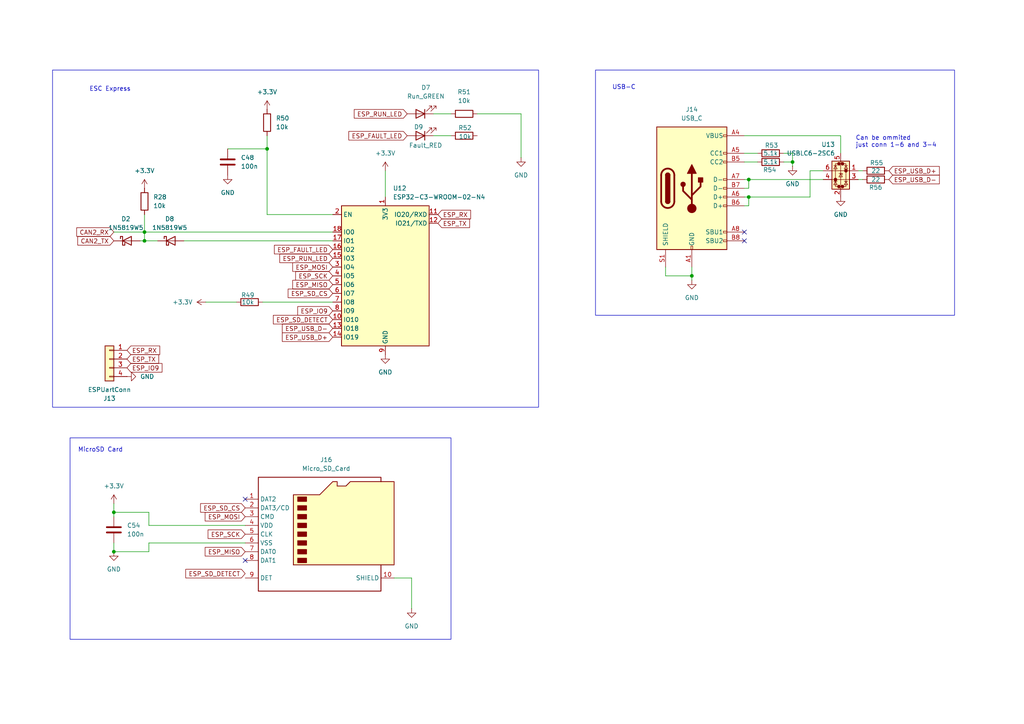
<source format=kicad_sch>
(kicad_sch
	(version 20231120)
	(generator "eeschema")
	(generator_version "8.0")
	(uuid "2cfaa720-8d49-45b6-9de4-bbd161bbe9eb")
	(paper "A4")
	(lib_symbols
		(symbol "Connector:Micro_SD_Card_Det1"
			(exclude_from_sim no)
			(in_bom yes)
			(on_board yes)
			(property "Reference" "J"
				(at -16.51 17.78 0)
				(effects
					(font
						(size 1.27 1.27)
					)
				)
			)
			(property "Value" "Micro_SD_Card_Det1"
				(at 16.51 17.78 0)
				(effects
					(font
						(size 1.27 1.27)
					)
					(justify right)
				)
			)
			(property "Footprint" ""
				(at 52.07 17.78 0)
				(effects
					(font
						(size 1.27 1.27)
					)
					(hide yes)
				)
			)
			(property "Datasheet" "https://datasheet.lcsc.com/lcsc/2110151630_XKB-Connectivity-XKTF-015-N_C381082.pdf"
				(at 0 2.54 0)
				(effects
					(font
						(size 1.27 1.27)
					)
					(hide yes)
				)
			)
			(property "Description" "Micro SD Card Socket with one card detection pin"
				(at 0 0 0)
				(effects
					(font
						(size 1.27 1.27)
					)
					(hide yes)
				)
			)
			(property "ki_keywords" "connector SD microsd"
				(at 0 0 0)
				(effects
					(font
						(size 1.27 1.27)
					)
					(hide yes)
				)
			)
			(property "ki_fp_filters" "microSD*"
				(at 0 0 0)
				(effects
					(font
						(size 1.27 1.27)
					)
					(hide yes)
				)
			)
			(symbol "Micro_SD_Card_Det1_0_1"
				(rectangle
					(start -7.62 -6.985)
					(end -5.08 -8.255)
					(stroke
						(width 0.254)
						(type default)
					)
					(fill
						(type outline)
					)
				)
				(rectangle
					(start -7.62 -4.445)
					(end -5.08 -5.715)
					(stroke
						(width 0.254)
						(type default)
					)
					(fill
						(type outline)
					)
				)
				(rectangle
					(start -7.62 -1.905)
					(end -5.08 -3.175)
					(stroke
						(width 0.254)
						(type default)
					)
					(fill
						(type outline)
					)
				)
				(rectangle
					(start -7.62 0.635)
					(end -5.08 -0.635)
					(stroke
						(width 0.254)
						(type default)
					)
					(fill
						(type outline)
					)
				)
				(rectangle
					(start -7.62 3.175)
					(end -5.08 1.905)
					(stroke
						(width 0.254)
						(type default)
					)
					(fill
						(type outline)
					)
				)
				(rectangle
					(start -7.62 5.715)
					(end -5.08 4.445)
					(stroke
						(width 0.254)
						(type default)
					)
					(fill
						(type outline)
					)
				)
				(rectangle
					(start -7.62 8.255)
					(end -5.08 6.985)
					(stroke
						(width 0.254)
						(type default)
					)
					(fill
						(type outline)
					)
				)
				(rectangle
					(start -7.62 10.795)
					(end -5.08 9.525)
					(stroke
						(width 0.254)
						(type default)
					)
					(fill
						(type outline)
					)
				)
				(polyline
					(pts
						(xy 16.51 15.24) (xy 16.51 16.51) (xy -19.05 16.51) (xy -19.05 -16.51) (xy 16.51 -16.51) (xy 16.51 -8.89)
					)
					(stroke
						(width 0.254)
						(type default)
					)
					(fill
						(type none)
					)
				)
				(polyline
					(pts
						(xy -8.89 -8.89) (xy -8.89 11.43) (xy -1.27 11.43) (xy 2.54 15.24) (xy 3.81 15.24) (xy 3.81 13.97)
						(xy 6.35 13.97) (xy 7.62 15.24) (xy 20.32 15.24) (xy 20.32 -8.89) (xy -8.89 -8.89)
					)
					(stroke
						(width 0.254)
						(type default)
					)
					(fill
						(type background)
					)
				)
			)
			(symbol "Micro_SD_Card_Det1_1_1"
				(pin bidirectional line
					(at -22.86 10.16 0)
					(length 3.81)
					(name "DAT2"
						(effects
							(font
								(size 1.27 1.27)
							)
						)
					)
					(number "1"
						(effects
							(font
								(size 1.27 1.27)
							)
						)
					)
				)
				(pin passive line
					(at 20.32 -12.7 180)
					(length 3.81)
					(name "SHIELD"
						(effects
							(font
								(size 1.27 1.27)
							)
						)
					)
					(number "10"
						(effects
							(font
								(size 1.27 1.27)
							)
						)
					)
				)
				(pin bidirectional line
					(at -22.86 7.62 0)
					(length 3.81)
					(name "DAT3/CD"
						(effects
							(font
								(size 1.27 1.27)
							)
						)
					)
					(number "2"
						(effects
							(font
								(size 1.27 1.27)
							)
						)
					)
				)
				(pin input line
					(at -22.86 5.08 0)
					(length 3.81)
					(name "CMD"
						(effects
							(font
								(size 1.27 1.27)
							)
						)
					)
					(number "3"
						(effects
							(font
								(size 1.27 1.27)
							)
						)
					)
				)
				(pin power_in line
					(at -22.86 2.54 0)
					(length 3.81)
					(name "VDD"
						(effects
							(font
								(size 1.27 1.27)
							)
						)
					)
					(number "4"
						(effects
							(font
								(size 1.27 1.27)
							)
						)
					)
				)
				(pin input line
					(at -22.86 0 0)
					(length 3.81)
					(name "CLK"
						(effects
							(font
								(size 1.27 1.27)
							)
						)
					)
					(number "5"
						(effects
							(font
								(size 1.27 1.27)
							)
						)
					)
				)
				(pin power_in line
					(at -22.86 -2.54 0)
					(length 3.81)
					(name "VSS"
						(effects
							(font
								(size 1.27 1.27)
							)
						)
					)
					(number "6"
						(effects
							(font
								(size 1.27 1.27)
							)
						)
					)
				)
				(pin bidirectional line
					(at -22.86 -5.08 0)
					(length 3.81)
					(name "DAT0"
						(effects
							(font
								(size 1.27 1.27)
							)
						)
					)
					(number "7"
						(effects
							(font
								(size 1.27 1.27)
							)
						)
					)
				)
				(pin bidirectional line
					(at -22.86 -7.62 0)
					(length 3.81)
					(name "DAT1"
						(effects
							(font
								(size 1.27 1.27)
							)
						)
					)
					(number "8"
						(effects
							(font
								(size 1.27 1.27)
							)
						)
					)
				)
				(pin passive line
					(at -22.86 -12.7 0)
					(length 3.81)
					(name "DET"
						(effects
							(font
								(size 1.27 1.27)
							)
						)
					)
					(number "9"
						(effects
							(font
								(size 1.27 1.27)
							)
						)
					)
				)
			)
		)
		(symbol "Connector:USB_C_Receptacle_USB2.0_16P"
			(pin_names
				(offset 1.016)
			)
			(exclude_from_sim no)
			(in_bom yes)
			(on_board yes)
			(property "Reference" "J"
				(at 0 22.225 0)
				(effects
					(font
						(size 1.27 1.27)
					)
				)
			)
			(property "Value" "USB_C_Receptacle_USB2.0_16P"
				(at 0 19.685 0)
				(effects
					(font
						(size 1.27 1.27)
					)
				)
			)
			(property "Footprint" ""
				(at 3.81 0 0)
				(effects
					(font
						(size 1.27 1.27)
					)
					(hide yes)
				)
			)
			(property "Datasheet" "https://www.usb.org/sites/default/files/documents/usb_type-c.zip"
				(at 3.81 0 0)
				(effects
					(font
						(size 1.27 1.27)
					)
					(hide yes)
				)
			)
			(property "Description" "USB 2.0-only 16P Type-C Receptacle connector"
				(at 0 0 0)
				(effects
					(font
						(size 1.27 1.27)
					)
					(hide yes)
				)
			)
			(property "ki_keywords" "usb universal serial bus type-C USB2.0"
				(at 0 0 0)
				(effects
					(font
						(size 1.27 1.27)
					)
					(hide yes)
				)
			)
			(property "ki_fp_filters" "USB*C*Receptacle*"
				(at 0 0 0)
				(effects
					(font
						(size 1.27 1.27)
					)
					(hide yes)
				)
			)
			(symbol "USB_C_Receptacle_USB2.0_16P_0_0"
				(rectangle
					(start -0.254 -17.78)
					(end 0.254 -16.764)
					(stroke
						(width 0)
						(type default)
					)
					(fill
						(type none)
					)
				)
				(rectangle
					(start 10.16 -14.986)
					(end 9.144 -15.494)
					(stroke
						(width 0)
						(type default)
					)
					(fill
						(type none)
					)
				)
				(rectangle
					(start 10.16 -12.446)
					(end 9.144 -12.954)
					(stroke
						(width 0)
						(type default)
					)
					(fill
						(type none)
					)
				)
				(rectangle
					(start 10.16 -4.826)
					(end 9.144 -5.334)
					(stroke
						(width 0)
						(type default)
					)
					(fill
						(type none)
					)
				)
				(rectangle
					(start 10.16 -2.286)
					(end 9.144 -2.794)
					(stroke
						(width 0)
						(type default)
					)
					(fill
						(type none)
					)
				)
				(rectangle
					(start 10.16 0.254)
					(end 9.144 -0.254)
					(stroke
						(width 0)
						(type default)
					)
					(fill
						(type none)
					)
				)
				(rectangle
					(start 10.16 2.794)
					(end 9.144 2.286)
					(stroke
						(width 0)
						(type default)
					)
					(fill
						(type none)
					)
				)
				(rectangle
					(start 10.16 7.874)
					(end 9.144 7.366)
					(stroke
						(width 0)
						(type default)
					)
					(fill
						(type none)
					)
				)
				(rectangle
					(start 10.16 10.414)
					(end 9.144 9.906)
					(stroke
						(width 0)
						(type default)
					)
					(fill
						(type none)
					)
				)
				(rectangle
					(start 10.16 15.494)
					(end 9.144 14.986)
					(stroke
						(width 0)
						(type default)
					)
					(fill
						(type none)
					)
				)
			)
			(symbol "USB_C_Receptacle_USB2.0_16P_0_1"
				(rectangle
					(start -10.16 17.78)
					(end 10.16 -17.78)
					(stroke
						(width 0.254)
						(type default)
					)
					(fill
						(type background)
					)
				)
				(arc
					(start -8.89 -3.81)
					(mid -6.985 -5.7067)
					(end -5.08 -3.81)
					(stroke
						(width 0.508)
						(type default)
					)
					(fill
						(type none)
					)
				)
				(arc
					(start -7.62 -3.81)
					(mid -6.985 -4.4423)
					(end -6.35 -3.81)
					(stroke
						(width 0.254)
						(type default)
					)
					(fill
						(type none)
					)
				)
				(arc
					(start -7.62 -3.81)
					(mid -6.985 -4.4423)
					(end -6.35 -3.81)
					(stroke
						(width 0.254)
						(type default)
					)
					(fill
						(type outline)
					)
				)
				(rectangle
					(start -7.62 -3.81)
					(end -6.35 3.81)
					(stroke
						(width 0.254)
						(type default)
					)
					(fill
						(type outline)
					)
				)
				(arc
					(start -6.35 3.81)
					(mid -6.985 4.4423)
					(end -7.62 3.81)
					(stroke
						(width 0.254)
						(type default)
					)
					(fill
						(type none)
					)
				)
				(arc
					(start -6.35 3.81)
					(mid -6.985 4.4423)
					(end -7.62 3.81)
					(stroke
						(width 0.254)
						(type default)
					)
					(fill
						(type outline)
					)
				)
				(arc
					(start -5.08 3.81)
					(mid -6.985 5.7067)
					(end -8.89 3.81)
					(stroke
						(width 0.508)
						(type default)
					)
					(fill
						(type none)
					)
				)
				(circle
					(center -2.54 1.143)
					(radius 0.635)
					(stroke
						(width 0.254)
						(type default)
					)
					(fill
						(type outline)
					)
				)
				(circle
					(center 0 -5.842)
					(radius 1.27)
					(stroke
						(width 0)
						(type default)
					)
					(fill
						(type outline)
					)
				)
				(polyline
					(pts
						(xy -8.89 -3.81) (xy -8.89 3.81)
					)
					(stroke
						(width 0.508)
						(type default)
					)
					(fill
						(type none)
					)
				)
				(polyline
					(pts
						(xy -5.08 3.81) (xy -5.08 -3.81)
					)
					(stroke
						(width 0.508)
						(type default)
					)
					(fill
						(type none)
					)
				)
				(polyline
					(pts
						(xy 0 -5.842) (xy 0 4.318)
					)
					(stroke
						(width 0.508)
						(type default)
					)
					(fill
						(type none)
					)
				)
				(polyline
					(pts
						(xy 0 -3.302) (xy -2.54 -0.762) (xy -2.54 0.508)
					)
					(stroke
						(width 0.508)
						(type default)
					)
					(fill
						(type none)
					)
				)
				(polyline
					(pts
						(xy 0 -2.032) (xy 2.54 0.508) (xy 2.54 1.778)
					)
					(stroke
						(width 0.508)
						(type default)
					)
					(fill
						(type none)
					)
				)
				(polyline
					(pts
						(xy -1.27 4.318) (xy 0 6.858) (xy 1.27 4.318) (xy -1.27 4.318)
					)
					(stroke
						(width 0.254)
						(type default)
					)
					(fill
						(type outline)
					)
				)
				(rectangle
					(start 1.905 1.778)
					(end 3.175 3.048)
					(stroke
						(width 0.254)
						(type default)
					)
					(fill
						(type outline)
					)
				)
			)
			(symbol "USB_C_Receptacle_USB2.0_16P_1_1"
				(pin passive line
					(at 0 -22.86 90)
					(length 5.08)
					(name "GND"
						(effects
							(font
								(size 1.27 1.27)
							)
						)
					)
					(number "A1"
						(effects
							(font
								(size 1.27 1.27)
							)
						)
					)
				)
				(pin passive line
					(at 0 -22.86 90)
					(length 5.08) hide
					(name "GND"
						(effects
							(font
								(size 1.27 1.27)
							)
						)
					)
					(number "A12"
						(effects
							(font
								(size 1.27 1.27)
							)
						)
					)
				)
				(pin passive line
					(at 15.24 15.24 180)
					(length 5.08)
					(name "VBUS"
						(effects
							(font
								(size 1.27 1.27)
							)
						)
					)
					(number "A4"
						(effects
							(font
								(size 1.27 1.27)
							)
						)
					)
				)
				(pin bidirectional line
					(at 15.24 10.16 180)
					(length 5.08)
					(name "CC1"
						(effects
							(font
								(size 1.27 1.27)
							)
						)
					)
					(number "A5"
						(effects
							(font
								(size 1.27 1.27)
							)
						)
					)
				)
				(pin bidirectional line
					(at 15.24 -2.54 180)
					(length 5.08)
					(name "D+"
						(effects
							(font
								(size 1.27 1.27)
							)
						)
					)
					(number "A6"
						(effects
							(font
								(size 1.27 1.27)
							)
						)
					)
				)
				(pin bidirectional line
					(at 15.24 2.54 180)
					(length 5.08)
					(name "D-"
						(effects
							(font
								(size 1.27 1.27)
							)
						)
					)
					(number "A7"
						(effects
							(font
								(size 1.27 1.27)
							)
						)
					)
				)
				(pin bidirectional line
					(at 15.24 -12.7 180)
					(length 5.08)
					(name "SBU1"
						(effects
							(font
								(size 1.27 1.27)
							)
						)
					)
					(number "A8"
						(effects
							(font
								(size 1.27 1.27)
							)
						)
					)
				)
				(pin passive line
					(at 15.24 15.24 180)
					(length 5.08) hide
					(name "VBUS"
						(effects
							(font
								(size 1.27 1.27)
							)
						)
					)
					(number "A9"
						(effects
							(font
								(size 1.27 1.27)
							)
						)
					)
				)
				(pin passive line
					(at 0 -22.86 90)
					(length 5.08) hide
					(name "GND"
						(effects
							(font
								(size 1.27 1.27)
							)
						)
					)
					(number "B1"
						(effects
							(font
								(size 1.27 1.27)
							)
						)
					)
				)
				(pin passive line
					(at 0 -22.86 90)
					(length 5.08) hide
					(name "GND"
						(effects
							(font
								(size 1.27 1.27)
							)
						)
					)
					(number "B12"
						(effects
							(font
								(size 1.27 1.27)
							)
						)
					)
				)
				(pin passive line
					(at 15.24 15.24 180)
					(length 5.08) hide
					(name "VBUS"
						(effects
							(font
								(size 1.27 1.27)
							)
						)
					)
					(number "B4"
						(effects
							(font
								(size 1.27 1.27)
							)
						)
					)
				)
				(pin bidirectional line
					(at 15.24 7.62 180)
					(length 5.08)
					(name "CC2"
						(effects
							(font
								(size 1.27 1.27)
							)
						)
					)
					(number "B5"
						(effects
							(font
								(size 1.27 1.27)
							)
						)
					)
				)
				(pin bidirectional line
					(at 15.24 -5.08 180)
					(length 5.08)
					(name "D+"
						(effects
							(font
								(size 1.27 1.27)
							)
						)
					)
					(number "B6"
						(effects
							(font
								(size 1.27 1.27)
							)
						)
					)
				)
				(pin bidirectional line
					(at 15.24 0 180)
					(length 5.08)
					(name "D-"
						(effects
							(font
								(size 1.27 1.27)
							)
						)
					)
					(number "B7"
						(effects
							(font
								(size 1.27 1.27)
							)
						)
					)
				)
				(pin bidirectional line
					(at 15.24 -15.24 180)
					(length 5.08)
					(name "SBU2"
						(effects
							(font
								(size 1.27 1.27)
							)
						)
					)
					(number "B8"
						(effects
							(font
								(size 1.27 1.27)
							)
						)
					)
				)
				(pin passive line
					(at 15.24 15.24 180)
					(length 5.08) hide
					(name "VBUS"
						(effects
							(font
								(size 1.27 1.27)
							)
						)
					)
					(number "B9"
						(effects
							(font
								(size 1.27 1.27)
							)
						)
					)
				)
				(pin passive line
					(at -7.62 -22.86 90)
					(length 5.08)
					(name "SHIELD"
						(effects
							(font
								(size 1.27 1.27)
							)
						)
					)
					(number "S1"
						(effects
							(font
								(size 1.27 1.27)
							)
						)
					)
				)
			)
		)
		(symbol "Connector_Generic:Conn_01x04"
			(pin_names
				(offset 1.016) hide)
			(exclude_from_sim no)
			(in_bom yes)
			(on_board yes)
			(property "Reference" "J"
				(at 0 5.08 0)
				(effects
					(font
						(size 1.27 1.27)
					)
				)
			)
			(property "Value" "Conn_01x04"
				(at 0 -7.62 0)
				(effects
					(font
						(size 1.27 1.27)
					)
				)
			)
			(property "Footprint" ""
				(at 0 0 0)
				(effects
					(font
						(size 1.27 1.27)
					)
					(hide yes)
				)
			)
			(property "Datasheet" "~"
				(at 0 0 0)
				(effects
					(font
						(size 1.27 1.27)
					)
					(hide yes)
				)
			)
			(property "Description" "Generic connector, single row, 01x04, script generated (kicad-library-utils/schlib/autogen/connector/)"
				(at 0 0 0)
				(effects
					(font
						(size 1.27 1.27)
					)
					(hide yes)
				)
			)
			(property "ki_keywords" "connector"
				(at 0 0 0)
				(effects
					(font
						(size 1.27 1.27)
					)
					(hide yes)
				)
			)
			(property "ki_fp_filters" "Connector*:*_1x??_*"
				(at 0 0 0)
				(effects
					(font
						(size 1.27 1.27)
					)
					(hide yes)
				)
			)
			(symbol "Conn_01x04_1_1"
				(rectangle
					(start -1.27 -4.953)
					(end 0 -5.207)
					(stroke
						(width 0.1524)
						(type default)
					)
					(fill
						(type none)
					)
				)
				(rectangle
					(start -1.27 -2.413)
					(end 0 -2.667)
					(stroke
						(width 0.1524)
						(type default)
					)
					(fill
						(type none)
					)
				)
				(rectangle
					(start -1.27 0.127)
					(end 0 -0.127)
					(stroke
						(width 0.1524)
						(type default)
					)
					(fill
						(type none)
					)
				)
				(rectangle
					(start -1.27 2.667)
					(end 0 2.413)
					(stroke
						(width 0.1524)
						(type default)
					)
					(fill
						(type none)
					)
				)
				(rectangle
					(start -1.27 3.81)
					(end 1.27 -6.35)
					(stroke
						(width 0.254)
						(type default)
					)
					(fill
						(type background)
					)
				)
				(pin passive line
					(at -5.08 2.54 0)
					(length 3.81)
					(name "Pin_1"
						(effects
							(font
								(size 1.27 1.27)
							)
						)
					)
					(number "1"
						(effects
							(font
								(size 1.27 1.27)
							)
						)
					)
				)
				(pin passive line
					(at -5.08 0 0)
					(length 3.81)
					(name "Pin_2"
						(effects
							(font
								(size 1.27 1.27)
							)
						)
					)
					(number "2"
						(effects
							(font
								(size 1.27 1.27)
							)
						)
					)
				)
				(pin passive line
					(at -5.08 -2.54 0)
					(length 3.81)
					(name "Pin_3"
						(effects
							(font
								(size 1.27 1.27)
							)
						)
					)
					(number "3"
						(effects
							(font
								(size 1.27 1.27)
							)
						)
					)
				)
				(pin passive line
					(at -5.08 -5.08 0)
					(length 3.81)
					(name "Pin_4"
						(effects
							(font
								(size 1.27 1.27)
							)
						)
					)
					(number "4"
						(effects
							(font
								(size 1.27 1.27)
							)
						)
					)
				)
			)
		)
		(symbol "Device:C"
			(pin_numbers hide)
			(pin_names
				(offset 0.254)
			)
			(exclude_from_sim no)
			(in_bom yes)
			(on_board yes)
			(property "Reference" "C"
				(at 0.635 2.54 0)
				(effects
					(font
						(size 1.27 1.27)
					)
					(justify left)
				)
			)
			(property "Value" "C"
				(at 0.635 -2.54 0)
				(effects
					(font
						(size 1.27 1.27)
					)
					(justify left)
				)
			)
			(property "Footprint" ""
				(at 0.9652 -3.81 0)
				(effects
					(font
						(size 1.27 1.27)
					)
					(hide yes)
				)
			)
			(property "Datasheet" "~"
				(at 0 0 0)
				(effects
					(font
						(size 1.27 1.27)
					)
					(hide yes)
				)
			)
			(property "Description" "Unpolarized capacitor"
				(at 0 0 0)
				(effects
					(font
						(size 1.27 1.27)
					)
					(hide yes)
				)
			)
			(property "ki_keywords" "cap capacitor"
				(at 0 0 0)
				(effects
					(font
						(size 1.27 1.27)
					)
					(hide yes)
				)
			)
			(property "ki_fp_filters" "C_*"
				(at 0 0 0)
				(effects
					(font
						(size 1.27 1.27)
					)
					(hide yes)
				)
			)
			(symbol "C_0_1"
				(polyline
					(pts
						(xy -2.032 -0.762) (xy 2.032 -0.762)
					)
					(stroke
						(width 0.508)
						(type default)
					)
					(fill
						(type none)
					)
				)
				(polyline
					(pts
						(xy -2.032 0.762) (xy 2.032 0.762)
					)
					(stroke
						(width 0.508)
						(type default)
					)
					(fill
						(type none)
					)
				)
			)
			(symbol "C_1_1"
				(pin passive line
					(at 0 3.81 270)
					(length 2.794)
					(name "~"
						(effects
							(font
								(size 1.27 1.27)
							)
						)
					)
					(number "1"
						(effects
							(font
								(size 1.27 1.27)
							)
						)
					)
				)
				(pin passive line
					(at 0 -3.81 90)
					(length 2.794)
					(name "~"
						(effects
							(font
								(size 1.27 1.27)
							)
						)
					)
					(number "2"
						(effects
							(font
								(size 1.27 1.27)
							)
						)
					)
				)
			)
		)
		(symbol "Device:D_Schottky"
			(pin_numbers hide)
			(pin_names
				(offset 1.016) hide)
			(exclude_from_sim no)
			(in_bom yes)
			(on_board yes)
			(property "Reference" "D"
				(at 0 2.54 0)
				(effects
					(font
						(size 1.27 1.27)
					)
				)
			)
			(property "Value" "D_Schottky"
				(at 0 -2.54 0)
				(effects
					(font
						(size 1.27 1.27)
					)
				)
			)
			(property "Footprint" ""
				(at 0 0 0)
				(effects
					(font
						(size 1.27 1.27)
					)
					(hide yes)
				)
			)
			(property "Datasheet" "~"
				(at 0 0 0)
				(effects
					(font
						(size 1.27 1.27)
					)
					(hide yes)
				)
			)
			(property "Description" "Schottky diode"
				(at 0 0 0)
				(effects
					(font
						(size 1.27 1.27)
					)
					(hide yes)
				)
			)
			(property "ki_keywords" "diode Schottky"
				(at 0 0 0)
				(effects
					(font
						(size 1.27 1.27)
					)
					(hide yes)
				)
			)
			(property "ki_fp_filters" "TO-???* *_Diode_* *SingleDiode* D_*"
				(at 0 0 0)
				(effects
					(font
						(size 1.27 1.27)
					)
					(hide yes)
				)
			)
			(symbol "D_Schottky_0_1"
				(polyline
					(pts
						(xy 1.27 0) (xy -1.27 0)
					)
					(stroke
						(width 0)
						(type default)
					)
					(fill
						(type none)
					)
				)
				(polyline
					(pts
						(xy 1.27 1.27) (xy 1.27 -1.27) (xy -1.27 0) (xy 1.27 1.27)
					)
					(stroke
						(width 0.254)
						(type default)
					)
					(fill
						(type none)
					)
				)
				(polyline
					(pts
						(xy -1.905 0.635) (xy -1.905 1.27) (xy -1.27 1.27) (xy -1.27 -1.27) (xy -0.635 -1.27) (xy -0.635 -0.635)
					)
					(stroke
						(width 0.254)
						(type default)
					)
					(fill
						(type none)
					)
				)
			)
			(symbol "D_Schottky_1_1"
				(pin passive line
					(at -3.81 0 0)
					(length 2.54)
					(name "K"
						(effects
							(font
								(size 1.27 1.27)
							)
						)
					)
					(number "1"
						(effects
							(font
								(size 1.27 1.27)
							)
						)
					)
				)
				(pin passive line
					(at 3.81 0 180)
					(length 2.54)
					(name "A"
						(effects
							(font
								(size 1.27 1.27)
							)
						)
					)
					(number "2"
						(effects
							(font
								(size 1.27 1.27)
							)
						)
					)
				)
			)
		)
		(symbol "Device:LED"
			(pin_numbers hide)
			(pin_names
				(offset 1.016) hide)
			(exclude_from_sim no)
			(in_bom yes)
			(on_board yes)
			(property "Reference" "D"
				(at 0 2.54 0)
				(effects
					(font
						(size 1.27 1.27)
					)
				)
			)
			(property "Value" "LED"
				(at 0 -2.54 0)
				(effects
					(font
						(size 1.27 1.27)
					)
				)
			)
			(property "Footprint" ""
				(at 0 0 0)
				(effects
					(font
						(size 1.27 1.27)
					)
					(hide yes)
				)
			)
			(property "Datasheet" "~"
				(at 0 0 0)
				(effects
					(font
						(size 1.27 1.27)
					)
					(hide yes)
				)
			)
			(property "Description" "Light emitting diode"
				(at 0 0 0)
				(effects
					(font
						(size 1.27 1.27)
					)
					(hide yes)
				)
			)
			(property "ki_keywords" "LED diode"
				(at 0 0 0)
				(effects
					(font
						(size 1.27 1.27)
					)
					(hide yes)
				)
			)
			(property "ki_fp_filters" "LED* LED_SMD:* LED_THT:*"
				(at 0 0 0)
				(effects
					(font
						(size 1.27 1.27)
					)
					(hide yes)
				)
			)
			(symbol "LED_0_1"
				(polyline
					(pts
						(xy -1.27 -1.27) (xy -1.27 1.27)
					)
					(stroke
						(width 0.254)
						(type default)
					)
					(fill
						(type none)
					)
				)
				(polyline
					(pts
						(xy -1.27 0) (xy 1.27 0)
					)
					(stroke
						(width 0)
						(type default)
					)
					(fill
						(type none)
					)
				)
				(polyline
					(pts
						(xy 1.27 -1.27) (xy 1.27 1.27) (xy -1.27 0) (xy 1.27 -1.27)
					)
					(stroke
						(width 0.254)
						(type default)
					)
					(fill
						(type none)
					)
				)
				(polyline
					(pts
						(xy -3.048 -0.762) (xy -4.572 -2.286) (xy -3.81 -2.286) (xy -4.572 -2.286) (xy -4.572 -1.524)
					)
					(stroke
						(width 0)
						(type default)
					)
					(fill
						(type none)
					)
				)
				(polyline
					(pts
						(xy -1.778 -0.762) (xy -3.302 -2.286) (xy -2.54 -2.286) (xy -3.302 -2.286) (xy -3.302 -1.524)
					)
					(stroke
						(width 0)
						(type default)
					)
					(fill
						(type none)
					)
				)
			)
			(symbol "LED_1_1"
				(pin passive line
					(at -3.81 0 0)
					(length 2.54)
					(name "K"
						(effects
							(font
								(size 1.27 1.27)
							)
						)
					)
					(number "1"
						(effects
							(font
								(size 1.27 1.27)
							)
						)
					)
				)
				(pin passive line
					(at 3.81 0 180)
					(length 2.54)
					(name "A"
						(effects
							(font
								(size 1.27 1.27)
							)
						)
					)
					(number "2"
						(effects
							(font
								(size 1.27 1.27)
							)
						)
					)
				)
			)
		)
		(symbol "Device:R"
			(pin_numbers hide)
			(pin_names
				(offset 0)
			)
			(exclude_from_sim no)
			(in_bom yes)
			(on_board yes)
			(property "Reference" "R"
				(at 2.032 0 90)
				(effects
					(font
						(size 1.27 1.27)
					)
				)
			)
			(property "Value" "R"
				(at 0 0 90)
				(effects
					(font
						(size 1.27 1.27)
					)
				)
			)
			(property "Footprint" ""
				(at -1.778 0 90)
				(effects
					(font
						(size 1.27 1.27)
					)
					(hide yes)
				)
			)
			(property "Datasheet" "~"
				(at 0 0 0)
				(effects
					(font
						(size 1.27 1.27)
					)
					(hide yes)
				)
			)
			(property "Description" "Resistor"
				(at 0 0 0)
				(effects
					(font
						(size 1.27 1.27)
					)
					(hide yes)
				)
			)
			(property "ki_keywords" "R res resistor"
				(at 0 0 0)
				(effects
					(font
						(size 1.27 1.27)
					)
					(hide yes)
				)
			)
			(property "ki_fp_filters" "R_*"
				(at 0 0 0)
				(effects
					(font
						(size 1.27 1.27)
					)
					(hide yes)
				)
			)
			(symbol "R_0_1"
				(rectangle
					(start -1.016 -2.54)
					(end 1.016 2.54)
					(stroke
						(width 0.254)
						(type default)
					)
					(fill
						(type none)
					)
				)
			)
			(symbol "R_1_1"
				(pin passive line
					(at 0 3.81 270)
					(length 1.27)
					(name "~"
						(effects
							(font
								(size 1.27 1.27)
							)
						)
					)
					(number "1"
						(effects
							(font
								(size 1.27 1.27)
							)
						)
					)
				)
				(pin passive line
					(at 0 -3.81 90)
					(length 1.27)
					(name "~"
						(effects
							(font
								(size 1.27 1.27)
							)
						)
					)
					(number "2"
						(effects
							(font
								(size 1.27 1.27)
							)
						)
					)
				)
			)
		)
		(symbol "Power_Protection:USBLC6-2SC6"
			(pin_names hide)
			(exclude_from_sim no)
			(in_bom yes)
			(on_board yes)
			(property "Reference" "U"
				(at 0.635 5.715 0)
				(effects
					(font
						(size 1.27 1.27)
					)
					(justify left)
				)
			)
			(property "Value" "USBLC6-2SC6"
				(at 0.635 3.81 0)
				(effects
					(font
						(size 1.27 1.27)
					)
					(justify left)
				)
			)
			(property "Footprint" "Package_TO_SOT_SMD:SOT-23-6"
				(at 1.27 -6.35 0)
				(effects
					(font
						(size 1.27 1.27)
						(italic yes)
					)
					(justify left)
					(hide yes)
				)
			)
			(property "Datasheet" "https://www.st.com/resource/en/datasheet/usblc6-2.pdf"
				(at 1.27 -8.255 0)
				(effects
					(font
						(size 1.27 1.27)
					)
					(justify left)
					(hide yes)
				)
			)
			(property "Description" "Very low capacitance ESD protection diode, 2 data-line, SOT-23-6"
				(at 0 0 0)
				(effects
					(font
						(size 1.27 1.27)
					)
					(hide yes)
				)
			)
			(property "ki_keywords" "usb ethernet video"
				(at 0 0 0)
				(effects
					(font
						(size 1.27 1.27)
					)
					(hide yes)
				)
			)
			(property "ki_fp_filters" "SOT?23*"
				(at 0 0 0)
				(effects
					(font
						(size 1.27 1.27)
					)
					(hide yes)
				)
			)
			(symbol "USBLC6-2SC6_0_0"
				(circle
					(center -1.524 0)
					(radius 0.0001)
					(stroke
						(width 0.508)
						(type default)
					)
					(fill
						(type none)
					)
				)
				(circle
					(center -0.508 -4.572)
					(radius 0.0001)
					(stroke
						(width 0.508)
						(type default)
					)
					(fill
						(type none)
					)
				)
				(circle
					(center -0.508 2.032)
					(radius 0.0001)
					(stroke
						(width 0.508)
						(type default)
					)
					(fill
						(type none)
					)
				)
				(circle
					(center 0.508 -4.572)
					(radius 0.0001)
					(stroke
						(width 0.508)
						(type default)
					)
					(fill
						(type none)
					)
				)
				(circle
					(center 0.508 2.032)
					(radius 0.0001)
					(stroke
						(width 0.508)
						(type default)
					)
					(fill
						(type none)
					)
				)
				(circle
					(center 1.524 -2.54)
					(radius 0.0001)
					(stroke
						(width 0.508)
						(type default)
					)
					(fill
						(type none)
					)
				)
			)
			(symbol "USBLC6-2SC6_0_1"
				(polyline
					(pts
						(xy -2.54 -2.54) (xy 2.54 -2.54)
					)
					(stroke
						(width 0)
						(type default)
					)
					(fill
						(type none)
					)
				)
				(polyline
					(pts
						(xy -2.54 0) (xy 2.54 0)
					)
					(stroke
						(width 0)
						(type default)
					)
					(fill
						(type none)
					)
				)
				(polyline
					(pts
						(xy -2.032 -3.048) (xy -1.016 -3.048)
					)
					(stroke
						(width 0)
						(type default)
					)
					(fill
						(type none)
					)
				)
				(polyline
					(pts
						(xy -1.016 1.524) (xy -2.032 1.524)
					)
					(stroke
						(width 0)
						(type default)
					)
					(fill
						(type none)
					)
				)
				(polyline
					(pts
						(xy 1.016 -3.048) (xy 2.032 -3.048)
					)
					(stroke
						(width 0)
						(type default)
					)
					(fill
						(type none)
					)
				)
				(polyline
					(pts
						(xy 1.016 1.524) (xy 2.032 1.524)
					)
					(stroke
						(width 0)
						(type default)
					)
					(fill
						(type none)
					)
				)
				(polyline
					(pts
						(xy -0.508 -1.143) (xy -0.508 -0.762) (xy 0.508 -0.762)
					)
					(stroke
						(width 0)
						(type default)
					)
					(fill
						(type none)
					)
				)
				(polyline
					(pts
						(xy -2.032 0.508) (xy -1.016 0.508) (xy -1.524 1.524) (xy -2.032 0.508)
					)
					(stroke
						(width 0)
						(type default)
					)
					(fill
						(type none)
					)
				)
				(polyline
					(pts
						(xy -1.016 -4.064) (xy -2.032 -4.064) (xy -1.524 -3.048) (xy -1.016 -4.064)
					)
					(stroke
						(width 0)
						(type default)
					)
					(fill
						(type none)
					)
				)
				(polyline
					(pts
						(xy 0.508 -1.778) (xy -0.508 -1.778) (xy 0 -0.762) (xy 0.508 -1.778)
					)
					(stroke
						(width 0)
						(type default)
					)
					(fill
						(type none)
					)
				)
				(polyline
					(pts
						(xy 2.032 -4.064) (xy 1.016 -4.064) (xy 1.524 -3.048) (xy 2.032 -4.064)
					)
					(stroke
						(width 0)
						(type default)
					)
					(fill
						(type none)
					)
				)
				(polyline
					(pts
						(xy 2.032 0.508) (xy 1.016 0.508) (xy 1.524 1.524) (xy 2.032 0.508)
					)
					(stroke
						(width 0)
						(type default)
					)
					(fill
						(type none)
					)
				)
				(polyline
					(pts
						(xy 0 2.54) (xy -0.508 2.032) (xy 0.508 2.032) (xy 0 1.524) (xy 0 -4.064) (xy -0.508 -4.572) (xy 0.508 -4.572)
						(xy 0 -5.08)
					)
					(stroke
						(width 0)
						(type default)
					)
					(fill
						(type none)
					)
				)
			)
			(symbol "USBLC6-2SC6_1_1"
				(rectangle
					(start -2.54 2.794)
					(end 2.54 -5.334)
					(stroke
						(width 0.254)
						(type default)
					)
					(fill
						(type background)
					)
				)
				(polyline
					(pts
						(xy -0.508 2.032) (xy -1.524 2.032) (xy -1.524 -4.572) (xy -0.508 -4.572)
					)
					(stroke
						(width 0)
						(type default)
					)
					(fill
						(type none)
					)
				)
				(polyline
					(pts
						(xy 0.508 -4.572) (xy 1.524 -4.572) (xy 1.524 2.032) (xy 0.508 2.032)
					)
					(stroke
						(width 0)
						(type default)
					)
					(fill
						(type none)
					)
				)
				(pin passive line
					(at -5.08 0 0)
					(length 2.54)
					(name "I/O1"
						(effects
							(font
								(size 1.27 1.27)
							)
						)
					)
					(number "1"
						(effects
							(font
								(size 1.27 1.27)
							)
						)
					)
				)
				(pin passive line
					(at 0 -7.62 90)
					(length 2.54)
					(name "GND"
						(effects
							(font
								(size 1.27 1.27)
							)
						)
					)
					(number "2"
						(effects
							(font
								(size 1.27 1.27)
							)
						)
					)
				)
				(pin passive line
					(at -5.08 -2.54 0)
					(length 2.54)
					(name "I/O2"
						(effects
							(font
								(size 1.27 1.27)
							)
						)
					)
					(number "3"
						(effects
							(font
								(size 1.27 1.27)
							)
						)
					)
				)
				(pin passive line
					(at 5.08 -2.54 180)
					(length 2.54)
					(name "I/O2"
						(effects
							(font
								(size 1.27 1.27)
							)
						)
					)
					(number "4"
						(effects
							(font
								(size 1.27 1.27)
							)
						)
					)
				)
				(pin passive line
					(at 0 5.08 270)
					(length 2.54)
					(name "VBUS"
						(effects
							(font
								(size 1.27 1.27)
							)
						)
					)
					(number "5"
						(effects
							(font
								(size 1.27 1.27)
							)
						)
					)
				)
				(pin passive line
					(at 5.08 0 180)
					(length 2.54)
					(name "I/O1"
						(effects
							(font
								(size 1.27 1.27)
							)
						)
					)
					(number "6"
						(effects
							(font
								(size 1.27 1.27)
							)
						)
					)
				)
			)
		)
		(symbol "RF_Module:ESP32-C3-WROOM-02"
			(exclude_from_sim no)
			(in_bom yes)
			(on_board yes)
			(property "Reference" "U"
				(at -12.192 21.336 0)
				(effects
					(font
						(size 1.27 1.27)
					)
				)
			)
			(property "Value" "ESP32-C3-WROOM-02"
				(at 12.192 21.336 0)
				(effects
					(font
						(size 1.27 1.27)
					)
				)
			)
			(property "Footprint" "RF_Module:ESP32-C3-WROOM-02"
				(at 0 0.635 0)
				(effects
					(font
						(size 1.27 1.27)
					)
					(hide yes)
				)
			)
			(property "Datasheet" "https://www.espressif.com/sites/default/files/documentation/esp32-c3-wroom-02_datasheet_en.pdf"
				(at 0 0.635 0)
				(effects
					(font
						(size 1.27 1.27)
					)
					(hide yes)
				)
			)
			(property "Description" "802.11 b/g/n Wi­Fi and Bluetooth 5 module, ESP32­C3 SoC, RISC­V microprocessor, On-board antenna"
				(at 0 0.635 0)
				(effects
					(font
						(size 1.27 1.27)
					)
					(hide yes)
				)
			)
			(property "ki_keywords" "esp32 espressif WiFi Bluetooth LE"
				(at 0 0 0)
				(effects
					(font
						(size 1.27 1.27)
					)
					(hide yes)
				)
			)
			(property "ki_fp_filters" "ESP32?C3*WROOM?02*"
				(at 0 0 0)
				(effects
					(font
						(size 1.27 1.27)
					)
					(hide yes)
				)
			)
			(symbol "ESP32-C3-WROOM-02_1_1"
				(rectangle
					(start -12.7 20.32)
					(end 12.7 -20.32)
					(stroke
						(width 0.254)
						(type default)
					)
					(fill
						(type background)
					)
				)
				(pin power_in line
					(at 0 22.86 270)
					(length 2.54)
					(name "3V3"
						(effects
							(font
								(size 1.27 1.27)
							)
						)
					)
					(number "1"
						(effects
							(font
								(size 1.27 1.27)
							)
						)
					)
				)
				(pin bidirectional line
					(at -15.24 -12.7 0)
					(length 2.54)
					(name "IO10"
						(effects
							(font
								(size 1.27 1.27)
							)
						)
					)
					(number "10"
						(effects
							(font
								(size 1.27 1.27)
							)
						)
					)
				)
				(pin bidirectional line
					(at 15.24 17.78 180)
					(length 2.54)
					(name "IO20/RXD"
						(effects
							(font
								(size 1.27 1.27)
							)
						)
					)
					(number "11"
						(effects
							(font
								(size 1.27 1.27)
							)
						)
					)
				)
				(pin bidirectional line
					(at 15.24 15.24 180)
					(length 2.54)
					(name "IO21/TXD"
						(effects
							(font
								(size 1.27 1.27)
							)
						)
					)
					(number "12"
						(effects
							(font
								(size 1.27 1.27)
							)
						)
					)
				)
				(pin bidirectional line
					(at -15.24 -15.24 0)
					(length 2.54)
					(name "IO18"
						(effects
							(font
								(size 1.27 1.27)
							)
						)
					)
					(number "13"
						(effects
							(font
								(size 1.27 1.27)
							)
						)
					)
				)
				(pin bidirectional line
					(at -15.24 -17.78 0)
					(length 2.54)
					(name "IO19"
						(effects
							(font
								(size 1.27 1.27)
							)
						)
					)
					(number "14"
						(effects
							(font
								(size 1.27 1.27)
							)
						)
					)
				)
				(pin bidirectional line
					(at -15.24 5.08 0)
					(length 2.54)
					(name "IO3"
						(effects
							(font
								(size 1.27 1.27)
							)
						)
					)
					(number "15"
						(effects
							(font
								(size 1.27 1.27)
							)
						)
					)
				)
				(pin bidirectional line
					(at -15.24 7.62 0)
					(length 2.54)
					(name "IO2"
						(effects
							(font
								(size 1.27 1.27)
							)
						)
					)
					(number "16"
						(effects
							(font
								(size 1.27 1.27)
							)
						)
					)
				)
				(pin bidirectional line
					(at -15.24 10.16 0)
					(length 2.54)
					(name "IO1"
						(effects
							(font
								(size 1.27 1.27)
							)
						)
					)
					(number "17"
						(effects
							(font
								(size 1.27 1.27)
							)
						)
					)
				)
				(pin bidirectional line
					(at -15.24 12.7 0)
					(length 2.54)
					(name "IO0"
						(effects
							(font
								(size 1.27 1.27)
							)
						)
					)
					(number "18"
						(effects
							(font
								(size 1.27 1.27)
							)
						)
					)
				)
				(pin passive line
					(at 0 -22.86 90)
					(length 2.54) hide
					(name "GND"
						(effects
							(font
								(size 1.27 1.27)
							)
						)
					)
					(number "19"
						(effects
							(font
								(size 1.27 1.27)
							)
						)
					)
				)
				(pin input line
					(at -15.24 17.78 0)
					(length 2.54)
					(name "EN"
						(effects
							(font
								(size 1.27 1.27)
							)
						)
					)
					(number "2"
						(effects
							(font
								(size 1.27 1.27)
							)
						)
					)
				)
				(pin bidirectional line
					(at -15.24 2.54 0)
					(length 2.54)
					(name "IO4"
						(effects
							(font
								(size 1.27 1.27)
							)
						)
					)
					(number "3"
						(effects
							(font
								(size 1.27 1.27)
							)
						)
					)
				)
				(pin bidirectional line
					(at -15.24 0 0)
					(length 2.54)
					(name "IO5"
						(effects
							(font
								(size 1.27 1.27)
							)
						)
					)
					(number "4"
						(effects
							(font
								(size 1.27 1.27)
							)
						)
					)
				)
				(pin bidirectional line
					(at -15.24 -2.54 0)
					(length 2.54)
					(name "IO6"
						(effects
							(font
								(size 1.27 1.27)
							)
						)
					)
					(number "5"
						(effects
							(font
								(size 1.27 1.27)
							)
						)
					)
				)
				(pin bidirectional line
					(at -15.24 -5.08 0)
					(length 2.54)
					(name "IO7"
						(effects
							(font
								(size 1.27 1.27)
							)
						)
					)
					(number "6"
						(effects
							(font
								(size 1.27 1.27)
							)
						)
					)
				)
				(pin bidirectional line
					(at -15.24 -7.62 0)
					(length 2.54)
					(name "IO8"
						(effects
							(font
								(size 1.27 1.27)
							)
						)
					)
					(number "7"
						(effects
							(font
								(size 1.27 1.27)
							)
						)
					)
				)
				(pin bidirectional line
					(at -15.24 -10.16 0)
					(length 2.54)
					(name "IO9"
						(effects
							(font
								(size 1.27 1.27)
							)
						)
					)
					(number "8"
						(effects
							(font
								(size 1.27 1.27)
							)
						)
					)
				)
				(pin power_in line
					(at 0 -22.86 90)
					(length 2.54)
					(name "GND"
						(effects
							(font
								(size 1.27 1.27)
							)
						)
					)
					(number "9"
						(effects
							(font
								(size 1.27 1.27)
							)
						)
					)
				)
			)
		)
		(symbol "power:+3.3V"
			(power)
			(pin_numbers hide)
			(pin_names
				(offset 0) hide)
			(exclude_from_sim no)
			(in_bom yes)
			(on_board yes)
			(property "Reference" "#PWR"
				(at 0 -3.81 0)
				(effects
					(font
						(size 1.27 1.27)
					)
					(hide yes)
				)
			)
			(property "Value" "+3.3V"
				(at 0 3.556 0)
				(effects
					(font
						(size 1.27 1.27)
					)
				)
			)
			(property "Footprint" ""
				(at 0 0 0)
				(effects
					(font
						(size 1.27 1.27)
					)
					(hide yes)
				)
			)
			(property "Datasheet" ""
				(at 0 0 0)
				(effects
					(font
						(size 1.27 1.27)
					)
					(hide yes)
				)
			)
			(property "Description" "Power symbol creates a global label with name \"+3.3V\""
				(at 0 0 0)
				(effects
					(font
						(size 1.27 1.27)
					)
					(hide yes)
				)
			)
			(property "ki_keywords" "global power"
				(at 0 0 0)
				(effects
					(font
						(size 1.27 1.27)
					)
					(hide yes)
				)
			)
			(symbol "+3.3V_0_1"
				(polyline
					(pts
						(xy -0.762 1.27) (xy 0 2.54)
					)
					(stroke
						(width 0)
						(type default)
					)
					(fill
						(type none)
					)
				)
				(polyline
					(pts
						(xy 0 0) (xy 0 2.54)
					)
					(stroke
						(width 0)
						(type default)
					)
					(fill
						(type none)
					)
				)
				(polyline
					(pts
						(xy 0 2.54) (xy 0.762 1.27)
					)
					(stroke
						(width 0)
						(type default)
					)
					(fill
						(type none)
					)
				)
			)
			(symbol "+3.3V_1_1"
				(pin power_in line
					(at 0 0 90)
					(length 0)
					(name "~"
						(effects
							(font
								(size 1.27 1.27)
							)
						)
					)
					(number "1"
						(effects
							(font
								(size 1.27 1.27)
							)
						)
					)
				)
			)
		)
		(symbol "power:GND"
			(power)
			(pin_numbers hide)
			(pin_names
				(offset 0) hide)
			(exclude_from_sim no)
			(in_bom yes)
			(on_board yes)
			(property "Reference" "#PWR"
				(at 0 -6.35 0)
				(effects
					(font
						(size 1.27 1.27)
					)
					(hide yes)
				)
			)
			(property "Value" "GND"
				(at 0 -3.81 0)
				(effects
					(font
						(size 1.27 1.27)
					)
				)
			)
			(property "Footprint" ""
				(at 0 0 0)
				(effects
					(font
						(size 1.27 1.27)
					)
					(hide yes)
				)
			)
			(property "Datasheet" ""
				(at 0 0 0)
				(effects
					(font
						(size 1.27 1.27)
					)
					(hide yes)
				)
			)
			(property "Description" "Power symbol creates a global label with name \"GND\" , ground"
				(at 0 0 0)
				(effects
					(font
						(size 1.27 1.27)
					)
					(hide yes)
				)
			)
			(property "ki_keywords" "global power"
				(at 0 0 0)
				(effects
					(font
						(size 1.27 1.27)
					)
					(hide yes)
				)
			)
			(symbol "GND_0_1"
				(polyline
					(pts
						(xy 0 0) (xy 0 -1.27) (xy 1.27 -1.27) (xy 0 -2.54) (xy -1.27 -1.27) (xy 0 -1.27)
					)
					(stroke
						(width 0)
						(type default)
					)
					(fill
						(type none)
					)
				)
			)
			(symbol "GND_1_1"
				(pin power_in line
					(at 0 0 270)
					(length 0)
					(name "~"
						(effects
							(font
								(size 1.27 1.27)
							)
						)
					)
					(number "1"
						(effects
							(font
								(size 1.27 1.27)
							)
						)
					)
				)
			)
		)
	)
	(junction
		(at 33.02 160.02)
		(diameter 0)
		(color 0 0 0 0)
		(uuid "2185218f-cdee-4950-b6b6-cbffe700e623")
	)
	(junction
		(at 77.47 43.18)
		(diameter 0)
		(color 0 0 0 0)
		(uuid "41fcf4fd-0115-4c26-9eaa-83f1f43d9731")
	)
	(junction
		(at 33.02 148.59)
		(diameter 0)
		(color 0 0 0 0)
		(uuid "63dceea0-99d0-4aed-aed7-1bea00de45e5")
	)
	(junction
		(at 41.91 69.85)
		(diameter 0)
		(color 0 0 0 0)
		(uuid "9067c94a-5ac0-44dd-a079-d098c8ba160f")
	)
	(junction
		(at 217.17 57.15)
		(diameter 0)
		(color 0 0 0 0)
		(uuid "9a8880c4-a942-4fa3-8e06-ea57eb0d1b49")
	)
	(junction
		(at 217.17 52.07)
		(diameter 0)
		(color 0 0 0 0)
		(uuid "cecf65a4-79a9-4c9f-ab7c-e7549c64f4ff")
	)
	(junction
		(at 200.66 80.01)
		(diameter 0)
		(color 0 0 0 0)
		(uuid "d2f68b7c-0380-4632-a57f-bc089396d42b")
	)
	(junction
		(at 229.87 46.99)
		(diameter 0)
		(color 0 0 0 0)
		(uuid "d39595a4-ae66-422b-98a5-228cfb3a077f")
	)
	(junction
		(at 41.91 67.31)
		(diameter 0)
		(color 0 0 0 0)
		(uuid "fe471a59-6227-4c13-bdd7-921177f1f62b")
	)
	(no_connect
		(at 215.9 67.31)
		(uuid "0dd62f54-dab5-4beb-ad59-d8f15a39861b")
	)
	(no_connect
		(at 215.9 69.85)
		(uuid "4a0f7993-7042-4007-8d99-514922e9eed1")
	)
	(no_connect
		(at 71.12 144.78)
		(uuid "b3ccebd9-f89b-49f1-bdd8-6b81ca5ee585")
	)
	(no_connect
		(at 71.12 162.56)
		(uuid "cf094bc4-6697-4e57-bb0b-5d5a078e5904")
	)
	(wire
		(pts
			(xy 217.17 57.15) (xy 215.9 57.15)
		)
		(stroke
			(width 0)
			(type default)
		)
		(uuid "074a5895-3dd3-4858-803e-032deab3d29c")
	)
	(wire
		(pts
			(xy 215.9 59.69) (xy 217.17 59.69)
		)
		(stroke
			(width 0)
			(type default)
		)
		(uuid "089613fb-a5dd-4c8a-a0c0-a43e630a3b3f")
	)
	(wire
		(pts
			(xy 41.91 69.85) (xy 45.72 69.85)
		)
		(stroke
			(width 0)
			(type default)
		)
		(uuid "15fae8e5-4d58-4b6d-b420-b66996a489eb")
	)
	(wire
		(pts
			(xy 119.38 167.64) (xy 114.3 167.64)
		)
		(stroke
			(width 0)
			(type default)
		)
		(uuid "178647d2-c3c1-4c9d-a5cc-754482a1bc75")
	)
	(wire
		(pts
			(xy 43.18 157.48) (xy 71.12 157.48)
		)
		(stroke
			(width 0)
			(type default)
		)
		(uuid "1a88028b-c7d9-4d50-8a9e-d266ad29ea3c")
	)
	(wire
		(pts
			(xy 40.64 69.85) (xy 41.91 69.85)
		)
		(stroke
			(width 0)
			(type default)
		)
		(uuid "24e8ff41-798e-41f4-9e86-a1db4b63248a")
	)
	(wire
		(pts
			(xy 193.04 77.47) (xy 193.04 80.01)
		)
		(stroke
			(width 0)
			(type default)
		)
		(uuid "272ae62a-7b56-44f1-b679-96a2cd66cd95")
	)
	(wire
		(pts
			(xy 248.92 49.53) (xy 250.19 49.53)
		)
		(stroke
			(width 0)
			(type default)
		)
		(uuid "32802ffc-f469-45b3-9f38-6c56cbe814c6")
	)
	(wire
		(pts
			(xy 76.2 87.63) (xy 96.52 87.63)
		)
		(stroke
			(width 0)
			(type default)
		)
		(uuid "35952375-f44c-4fa5-88e4-da93ee291dca")
	)
	(wire
		(pts
			(xy 59.69 87.63) (xy 68.58 87.63)
		)
		(stroke
			(width 0)
			(type default)
		)
		(uuid "36c0f99c-9386-4fd0-bbf1-dbd7fff656f2")
	)
	(wire
		(pts
			(xy 248.92 52.07) (xy 250.19 52.07)
		)
		(stroke
			(width 0)
			(type default)
		)
		(uuid "3a9b8870-b4a0-448f-b4a3-5842ef304ddd")
	)
	(wire
		(pts
			(xy 234.95 49.53) (xy 234.95 57.15)
		)
		(stroke
			(width 0)
			(type default)
		)
		(uuid "3def6e8f-49d6-4460-9fe0-c618c9fc7c60")
	)
	(wire
		(pts
			(xy 33.02 146.05) (xy 33.02 148.59)
		)
		(stroke
			(width 0)
			(type default)
		)
		(uuid "42dd002d-b96f-4bd0-8de9-3cd860d07997")
	)
	(wire
		(pts
			(xy 215.9 46.99) (xy 219.71 46.99)
		)
		(stroke
			(width 0)
			(type default)
		)
		(uuid "463a70ad-b968-4d6a-9d7e-076bf3c14b85")
	)
	(wire
		(pts
			(xy 217.17 52.07) (xy 238.76 52.07)
		)
		(stroke
			(width 0)
			(type default)
		)
		(uuid "496001f6-40fe-4b68-983b-84b41ab8e153")
	)
	(wire
		(pts
			(xy 41.91 62.23) (xy 41.91 67.31)
		)
		(stroke
			(width 0)
			(type default)
		)
		(uuid "4cbca78a-b801-4013-acb1-f661cb17142b")
	)
	(wire
		(pts
			(xy 227.33 46.99) (xy 229.87 46.99)
		)
		(stroke
			(width 0)
			(type default)
		)
		(uuid "50ddc401-dbc9-4acb-aca3-f3c59dae6975")
	)
	(wire
		(pts
			(xy 119.38 167.64) (xy 119.38 176.53)
		)
		(stroke
			(width 0)
			(type default)
		)
		(uuid "5605dc1d-bdfd-4870-8983-31c3599cfb20")
	)
	(wire
		(pts
			(xy 53.34 69.85) (xy 96.52 69.85)
		)
		(stroke
			(width 0)
			(type default)
		)
		(uuid "56f53aa1-d3a2-4923-9daf-d9d76845a49d")
	)
	(wire
		(pts
			(xy 138.43 33.02) (xy 151.13 33.02)
		)
		(stroke
			(width 0)
			(type default)
		)
		(uuid "5c2497ec-0b0f-4d9e-945a-f6dee1bc315f")
	)
	(wire
		(pts
			(xy 151.13 33.02) (xy 151.13 45.72)
		)
		(stroke
			(width 0)
			(type default)
		)
		(uuid "5f6b4b54-570f-4b36-ab51-ea4614194ca5")
	)
	(wire
		(pts
			(xy 215.9 39.37) (xy 243.84 39.37)
		)
		(stroke
			(width 0)
			(type default)
		)
		(uuid "60739e08-b12b-4e2d-9610-060999821c77")
	)
	(wire
		(pts
			(xy 229.87 44.45) (xy 229.87 46.99)
		)
		(stroke
			(width 0)
			(type default)
		)
		(uuid "6263949b-853c-430c-8f0d-110e392bd4a1")
	)
	(wire
		(pts
			(xy 111.76 49.53) (xy 111.76 57.15)
		)
		(stroke
			(width 0)
			(type default)
		)
		(uuid "67d98f96-cbe2-4dff-86a2-b36a45389d24")
	)
	(wire
		(pts
			(xy 41.91 67.31) (xy 41.91 69.85)
		)
		(stroke
			(width 0)
			(type default)
		)
		(uuid "783facc7-bfef-489a-97e6-16ae136c61d1")
	)
	(wire
		(pts
			(xy 215.9 52.07) (xy 217.17 52.07)
		)
		(stroke
			(width 0)
			(type default)
		)
		(uuid "7a2caae0-5aee-4554-89ea-f930678a308f")
	)
	(wire
		(pts
			(xy 66.04 43.18) (xy 77.47 43.18)
		)
		(stroke
			(width 0)
			(type default)
		)
		(uuid "7c141f27-3363-449d-909e-69b3519f784e")
	)
	(wire
		(pts
			(xy 200.66 80.01) (xy 200.66 81.28)
		)
		(stroke
			(width 0)
			(type default)
		)
		(uuid "7f3443ee-2bf8-4a58-b442-33fb861abb4a")
	)
	(wire
		(pts
			(xy 238.76 49.53) (xy 234.95 49.53)
		)
		(stroke
			(width 0)
			(type default)
		)
		(uuid "7fe56d4b-c6e4-4e57-9555-3b756a55c1e9")
	)
	(wire
		(pts
			(xy 125.73 39.37) (xy 130.81 39.37)
		)
		(stroke
			(width 0)
			(type default)
		)
		(uuid "97f2c965-c5a0-4565-9321-fd1de044d43d")
	)
	(wire
		(pts
			(xy 77.47 43.18) (xy 77.47 39.37)
		)
		(stroke
			(width 0)
			(type default)
		)
		(uuid "9b7f7687-8c17-4853-ae85-49987f4f1a51")
	)
	(wire
		(pts
			(xy 243.84 39.37) (xy 243.84 44.45)
		)
		(stroke
			(width 0)
			(type default)
		)
		(uuid "a01185b5-9adb-474f-9fdf-da6a96fd4c48")
	)
	(wire
		(pts
			(xy 200.66 77.47) (xy 200.66 80.01)
		)
		(stroke
			(width 0)
			(type default)
		)
		(uuid "a4fbdff7-10e9-41fe-964a-8f2670108558")
	)
	(wire
		(pts
			(xy 227.33 44.45) (xy 229.87 44.45)
		)
		(stroke
			(width 0)
			(type default)
		)
		(uuid "a76f8d6b-fc91-4443-acde-05011225133d")
	)
	(wire
		(pts
			(xy 96.52 62.23) (xy 77.47 62.23)
		)
		(stroke
			(width 0)
			(type default)
		)
		(uuid "a80aabb5-2ba7-4448-b152-1e99a6f43f55")
	)
	(wire
		(pts
			(xy 217.17 54.61) (xy 217.17 52.07)
		)
		(stroke
			(width 0)
			(type default)
		)
		(uuid "aaa99d72-db57-4687-b142-ba652aafbf63")
	)
	(wire
		(pts
			(xy 43.18 152.4) (xy 71.12 152.4)
		)
		(stroke
			(width 0)
			(type default)
		)
		(uuid "afb3a1b4-6e43-446b-a365-3e1b721b031c")
	)
	(wire
		(pts
			(xy 43.18 160.02) (xy 33.02 160.02)
		)
		(stroke
			(width 0)
			(type default)
		)
		(uuid "b39269fe-6702-4d94-bcb7-6aa4899bbb4c")
	)
	(wire
		(pts
			(xy 217.17 59.69) (xy 217.17 57.15)
		)
		(stroke
			(width 0)
			(type default)
		)
		(uuid "b520dc80-901b-4076-ac92-ca688a6408e8")
	)
	(wire
		(pts
			(xy 125.73 33.02) (xy 130.81 33.02)
		)
		(stroke
			(width 0)
			(type default)
		)
		(uuid "b86891e1-5d6c-4fac-a690-730a3ae1118c")
	)
	(wire
		(pts
			(xy 33.02 148.59) (xy 43.18 148.59)
		)
		(stroke
			(width 0)
			(type default)
		)
		(uuid "ba7a0269-6a97-467a-831f-e247ef749a74")
	)
	(wire
		(pts
			(xy 33.02 157.48) (xy 33.02 160.02)
		)
		(stroke
			(width 0)
			(type default)
		)
		(uuid "bc397909-421d-45a8-9c65-b0f79c7cd58e")
	)
	(wire
		(pts
			(xy 41.91 67.31) (xy 96.52 67.31)
		)
		(stroke
			(width 0)
			(type default)
		)
		(uuid "bf66f610-d6bd-4b21-8af8-c1132c6f0ffa")
	)
	(wire
		(pts
			(xy 193.04 80.01) (xy 200.66 80.01)
		)
		(stroke
			(width 0)
			(type default)
		)
		(uuid "bfdae6fb-3e65-4ca4-9bc8-cf95c72c3dae")
	)
	(wire
		(pts
			(xy 215.9 44.45) (xy 219.71 44.45)
		)
		(stroke
			(width 0)
			(type default)
		)
		(uuid "c10b3861-0405-42af-97fc-ad94172f6709")
	)
	(wire
		(pts
			(xy 234.95 57.15) (xy 217.17 57.15)
		)
		(stroke
			(width 0)
			(type default)
		)
		(uuid "c42bf2d9-0c58-4185-ae97-6f7002e6dd3f")
	)
	(wire
		(pts
			(xy 33.02 67.31) (xy 41.91 67.31)
		)
		(stroke
			(width 0)
			(type default)
		)
		(uuid "cf175585-3139-4869-bc7c-93d100030d58")
	)
	(wire
		(pts
			(xy 43.18 152.4) (xy 43.18 148.59)
		)
		(stroke
			(width 0)
			(type default)
		)
		(uuid "d42c0741-101b-464a-909b-77868afb50ac")
	)
	(wire
		(pts
			(xy 77.47 62.23) (xy 77.47 43.18)
		)
		(stroke
			(width 0)
			(type default)
		)
		(uuid "dcb13142-4303-4a78-b3a8-ece4cdda9549")
	)
	(wire
		(pts
			(xy 43.18 157.48) (xy 43.18 160.02)
		)
		(stroke
			(width 0)
			(type default)
		)
		(uuid "e25d7be1-ac20-43b7-a2dd-9ff7d3605014")
	)
	(wire
		(pts
			(xy 215.9 54.61) (xy 217.17 54.61)
		)
		(stroke
			(width 0)
			(type default)
		)
		(uuid "e75bb79b-015f-4297-983e-0c1c492b4eac")
	)
	(wire
		(pts
			(xy 229.87 46.99) (xy 229.87 48.26)
		)
		(stroke
			(width 0)
			(type default)
		)
		(uuid "fa643a64-5d62-4779-8bb4-b556f97daa60")
	)
	(wire
		(pts
			(xy 33.02 148.59) (xy 33.02 149.86)
		)
		(stroke
			(width 0)
			(type default)
		)
		(uuid "fb5fcd63-93e7-4992-a883-867cf4ed5c22")
	)
	(rectangle
		(start 172.72 20.32)
		(end 276.86 91.44)
		(stroke
			(width 0)
			(type default)
		)
		(fill
			(type none)
		)
		(uuid 173e2c60-d4da-4369-a487-6dbf9c28b564)
	)
	(rectangle
		(start 15.24 20.32)
		(end 156.21 118.11)
		(stroke
			(width 0)
			(type default)
		)
		(fill
			(type none)
		)
		(uuid a10598e1-0c4e-4722-bc34-daf3d6e3de92)
	)
	(rectangle
		(start 20.32 127)
		(end 130.81 185.42)
		(stroke
			(width 0)
			(type default)
		)
		(fill
			(type none)
		)
		(uuid b70e11c1-f26f-4966-8d79-35b9652887ac)
	)
	(text "ESC Express"
		(exclude_from_sim no)
		(at 25.908 25.908 0)
		(effects
			(font
				(size 1.27 1.27)
			)
			(justify left)
		)
		(uuid "32ad771d-d403-414b-9581-b491d899cbfb")
	)
	(text "MicroSD Card"
		(exclude_from_sim no)
		(at 22.606 130.556 0)
		(effects
			(font
				(size 1.27 1.27)
			)
			(justify left)
		)
		(uuid "73217745-9495-452f-9824-97d6cc3a2397")
	)
	(text "Can be ommited\njust conn 1-6 and 3-4"
		(exclude_from_sim no)
		(at 248.158 41.148 0)
		(effects
			(font
				(size 1.27 1.27)
			)
			(justify left)
		)
		(uuid "f5c3a3f3-0011-461d-80f7-a4cc47847f3b")
	)
	(text "USB-C"
		(exclude_from_sim no)
		(at 177.546 25.4 0)
		(effects
			(font
				(size 1.27 1.27)
			)
			(justify left)
		)
		(uuid "fbaa537b-9757-4279-87e0-db8ee5b1c469")
	)
	(global_label "ESP_RUN_LED"
		(shape input)
		(at 96.52 74.93 180)
		(fields_autoplaced yes)
		(effects
			(font
				(size 1.27 1.27)
			)
			(justify right)
		)
		(uuid "04db55a4-1ea8-4e83-bca5-12b3ceef7f53")
		(property "Intersheetrefs" "${INTERSHEET_REFS}"
			(at 80.593 74.93 0)
			(effects
				(font
					(size 1.27 1.27)
				)
				(justify right)
				(hide yes)
			)
		)
	)
	(global_label "ESP_TX"
		(shape input)
		(at 36.83 104.14 0)
		(fields_autoplaced yes)
		(effects
			(font
				(size 1.27 1.27)
			)
			(justify left)
		)
		(uuid "090d3f25-f0b9-4ae3-abe7-ce75b4bd9163")
		(property "Intersheetrefs" "${INTERSHEET_REFS}"
			(at 46.5884 104.14 0)
			(effects
				(font
					(size 1.27 1.27)
				)
				(justify left)
				(hide yes)
			)
		)
	)
	(global_label "ESP_FAULT_LED"
		(shape input)
		(at 96.52 72.39 180)
		(fields_autoplaced yes)
		(effects
			(font
				(size 1.27 1.27)
			)
			(justify right)
		)
		(uuid "0f5c1882-cabc-419f-a0e3-66923965d2d3")
		(property "Intersheetrefs" "${INTERSHEET_REFS}"
			(at 79.0206 72.39 0)
			(effects
				(font
					(size 1.27 1.27)
				)
				(justify right)
				(hide yes)
			)
		)
	)
	(global_label "ESP_RX"
		(shape input)
		(at 127 62.23 0)
		(fields_autoplaced yes)
		(effects
			(font
				(size 1.27 1.27)
			)
			(justify left)
		)
		(uuid "19fe0db5-0637-4701-ad92-a760f8b8e592")
		(property "Intersheetrefs" "${INTERSHEET_REFS}"
			(at 137.0608 62.23 0)
			(effects
				(font
					(size 1.27 1.27)
				)
				(justify left)
				(hide yes)
			)
		)
	)
	(global_label "ESP_SCK"
		(shape input)
		(at 96.52 80.01 180)
		(fields_autoplaced yes)
		(effects
			(font
				(size 1.27 1.27)
			)
			(justify right)
		)
		(uuid "20e9919c-778c-4254-aaee-550190fb2ec7")
		(property "Intersheetrefs" "${INTERSHEET_REFS}"
			(at 85.1892 80.01 0)
			(effects
				(font
					(size 1.27 1.27)
				)
				(justify right)
				(hide yes)
			)
		)
	)
	(global_label "ESP_TX"
		(shape input)
		(at 127 64.77 0)
		(fields_autoplaced yes)
		(effects
			(font
				(size 1.27 1.27)
			)
			(justify left)
		)
		(uuid "313b820f-ad06-4f26-a3c4-6ee82311906c")
		(property "Intersheetrefs" "${INTERSHEET_REFS}"
			(at 136.7584 64.77 0)
			(effects
				(font
					(size 1.27 1.27)
				)
				(justify left)
				(hide yes)
			)
		)
	)
	(global_label "ESP_SCK"
		(shape input)
		(at 71.12 154.94 180)
		(fields_autoplaced yes)
		(effects
			(font
				(size 1.27 1.27)
			)
			(justify right)
		)
		(uuid "32f721f0-deb6-49ab-a181-741cecc806ab")
		(property "Intersheetrefs" "${INTERSHEET_REFS}"
			(at 59.7892 154.94 0)
			(effects
				(font
					(size 1.27 1.27)
				)
				(justify right)
				(hide yes)
			)
		)
	)
	(global_label "ESP_MOSI"
		(shape input)
		(at 96.52 77.47 180)
		(fields_autoplaced yes)
		(effects
			(font
				(size 1.27 1.27)
			)
			(justify right)
		)
		(uuid "34b25ac2-471f-4a0f-953d-068d4fed1d1a")
		(property "Intersheetrefs" "${INTERSHEET_REFS}"
			(at 84.3425 77.47 0)
			(effects
				(font
					(size 1.27 1.27)
				)
				(justify right)
				(hide yes)
			)
		)
	)
	(global_label "ESP_MISO"
		(shape input)
		(at 96.52 82.55 180)
		(fields_autoplaced yes)
		(effects
			(font
				(size 1.27 1.27)
			)
			(justify right)
		)
		(uuid "3f06c716-bc42-419d-b669-4ca13e27c576")
		(property "Intersheetrefs" "${INTERSHEET_REFS}"
			(at 84.3425 82.55 0)
			(effects
				(font
					(size 1.27 1.27)
				)
				(justify right)
				(hide yes)
			)
		)
	)
	(global_label "ESP_FAULT_LED"
		(shape input)
		(at 118.11 39.37 180)
		(fields_autoplaced yes)
		(effects
			(font
				(size 1.27 1.27)
			)
			(justify right)
		)
		(uuid "42712cf8-d6b5-4525-bb68-b12a0b55eb63")
		(property "Intersheetrefs" "${INTERSHEET_REFS}"
			(at 100.6106 39.37 0)
			(effects
				(font
					(size 1.27 1.27)
				)
				(justify right)
				(hide yes)
			)
		)
	)
	(global_label "ESP_USB_D-"
		(shape input)
		(at 96.52 95.25 180)
		(fields_autoplaced yes)
		(effects
			(font
				(size 1.27 1.27)
			)
			(justify right)
		)
		(uuid "446b48cc-6cdc-44a9-80c0-4e372fddd30f")
		(property "Intersheetrefs" "${INTERSHEET_REFS}"
			(at 81.3187 95.25 0)
			(effects
				(font
					(size 1.27 1.27)
				)
				(justify right)
				(hide yes)
			)
		)
	)
	(global_label "ESP_RX"
		(shape input)
		(at 36.83 101.6 0)
		(fields_autoplaced yes)
		(effects
			(font
				(size 1.27 1.27)
			)
			(justify left)
		)
		(uuid "5081238c-c359-4a6f-8761-7e4af855444a")
		(property "Intersheetrefs" "${INTERSHEET_REFS}"
			(at 46.8908 101.6 0)
			(effects
				(font
					(size 1.27 1.27)
				)
				(justify left)
				(hide yes)
			)
		)
	)
	(global_label "CAN2_TX"
		(shape input)
		(at 33.02 69.85 180)
		(fields_autoplaced yes)
		(effects
			(font
				(size 1.27 1.27)
			)
			(justify right)
		)
		(uuid "5ed931bd-4f36-4320-b7f8-54c87546e4e9")
		(property "Intersheetrefs" "${INTERSHEET_REFS}"
			(at 21.9915 69.85 0)
			(effects
				(font
					(size 1.27 1.27)
				)
				(justify right)
				(hide yes)
			)
		)
	)
	(global_label "ESP_SD_CS"
		(shape input)
		(at 96.52 85.09 180)
		(fields_autoplaced yes)
		(effects
			(font
				(size 1.27 1.27)
			)
			(justify right)
		)
		(uuid "755f0794-1feb-403d-9e2c-2d2e6a7e5104")
		(property "Intersheetrefs" "${INTERSHEET_REFS}"
			(at 83.0121 85.09 0)
			(effects
				(font
					(size 1.27 1.27)
				)
				(justify right)
				(hide yes)
			)
		)
	)
	(global_label "ESP_SD_DETECT"
		(shape input)
		(at 71.12 166.37 180)
		(fields_autoplaced yes)
		(effects
			(font
				(size 1.27 1.27)
			)
			(justify right)
		)
		(uuid "7ef98724-7ad7-46e8-997c-4c537d505324")
		(property "Intersheetrefs" "${INTERSHEET_REFS}"
			(at 53.3184 166.37 0)
			(effects
				(font
					(size 1.27 1.27)
				)
				(justify right)
				(hide yes)
			)
		)
	)
	(global_label "ESP_SD_DETECT"
		(shape input)
		(at 96.52 92.71 180)
		(fields_autoplaced yes)
		(effects
			(font
				(size 1.27 1.27)
			)
			(justify right)
		)
		(uuid "848447c7-46bc-4048-b1cb-797bc7acbf73")
		(property "Intersheetrefs" "${INTERSHEET_REFS}"
			(at 78.7184 92.71 0)
			(effects
				(font
					(size 1.27 1.27)
				)
				(justify right)
				(hide yes)
			)
		)
	)
	(global_label "ESP_IO9"
		(shape input)
		(at 96.52 90.17 180)
		(fields_autoplaced yes)
		(effects
			(font
				(size 1.27 1.27)
			)
			(justify right)
		)
		(uuid "94d90a73-a9be-4fd8-92f0-c5e2d7e7fa50")
		(property "Intersheetrefs" "${INTERSHEET_REFS}"
			(at 85.7939 90.17 0)
			(effects
				(font
					(size 1.27 1.27)
				)
				(justify right)
				(hide yes)
			)
		)
	)
	(global_label "ESP_MISO"
		(shape input)
		(at 71.12 160.02 180)
		(fields_autoplaced yes)
		(effects
			(font
				(size 1.27 1.27)
			)
			(justify right)
		)
		(uuid "a86b9a90-7e5a-4876-95d2-8ace3ac5ec22")
		(property "Intersheetrefs" "${INTERSHEET_REFS}"
			(at 58.9425 160.02 0)
			(effects
				(font
					(size 1.27 1.27)
				)
				(justify right)
				(hide yes)
			)
		)
	)
	(global_label "ESP_SD_CS"
		(shape input)
		(at 71.12 147.32 180)
		(fields_autoplaced yes)
		(effects
			(font
				(size 1.27 1.27)
			)
			(justify right)
		)
		(uuid "a9b17a8c-3907-4d63-a680-5ab7b715a42e")
		(property "Intersheetrefs" "${INTERSHEET_REFS}"
			(at 57.6121 147.32 0)
			(effects
				(font
					(size 1.27 1.27)
				)
				(justify right)
				(hide yes)
			)
		)
	)
	(global_label "ESP_RUN_LED"
		(shape input)
		(at 118.11 33.02 180)
		(fields_autoplaced yes)
		(effects
			(font
				(size 1.27 1.27)
			)
			(justify right)
		)
		(uuid "adfa8d6c-3da3-4c6f-83f6-b6e1f157ebf4")
		(property "Intersheetrefs" "${INTERSHEET_REFS}"
			(at 102.183 33.02 0)
			(effects
				(font
					(size 1.27 1.27)
				)
				(justify right)
				(hide yes)
			)
		)
	)
	(global_label "ESP_USB_D-"
		(shape input)
		(at 257.81 52.07 0)
		(fields_autoplaced yes)
		(effects
			(font
				(size 1.27 1.27)
			)
			(justify left)
		)
		(uuid "be561772-d1d1-49f1-ac00-6a1cd1f46df0")
		(property "Intersheetrefs" "${INTERSHEET_REFS}"
			(at 273.0113 52.07 0)
			(effects
				(font
					(size 1.27 1.27)
				)
				(justify left)
				(hide yes)
			)
		)
	)
	(global_label "ESP_USB_D+"
		(shape input)
		(at 257.81 49.53 0)
		(fields_autoplaced yes)
		(effects
			(font
				(size 1.27 1.27)
			)
			(justify left)
		)
		(uuid "bfba9fd5-770d-48c8-8d0f-e6e01ac3e1a7")
		(property "Intersheetrefs" "${INTERSHEET_REFS}"
			(at 273.0113 49.53 0)
			(effects
				(font
					(size 1.27 1.27)
				)
				(justify left)
				(hide yes)
			)
		)
	)
	(global_label "ESP_MOSI"
		(shape input)
		(at 71.12 149.86 180)
		(fields_autoplaced yes)
		(effects
			(font
				(size 1.27 1.27)
			)
			(justify right)
		)
		(uuid "c1ff3507-609f-4356-99a5-61d741b19bc3")
		(property "Intersheetrefs" "${INTERSHEET_REFS}"
			(at 58.9425 149.86 0)
			(effects
				(font
					(size 1.27 1.27)
				)
				(justify right)
				(hide yes)
			)
		)
	)
	(global_label "ESP_USB_D+"
		(shape input)
		(at 96.52 97.79 180)
		(fields_autoplaced yes)
		(effects
			(font
				(size 1.27 1.27)
			)
			(justify right)
		)
		(uuid "c67225a2-3225-49d9-a2e8-ed371aa47134")
		(property "Intersheetrefs" "${INTERSHEET_REFS}"
			(at 81.3187 97.79 0)
			(effects
				(font
					(size 1.27 1.27)
				)
				(justify right)
				(hide yes)
			)
		)
	)
	(global_label "CAN2_RX"
		(shape input)
		(at 33.02 67.31 180)
		(fields_autoplaced yes)
		(effects
			(font
				(size 1.27 1.27)
			)
			(justify right)
		)
		(uuid "cd5be57e-1bbd-4e66-b875-ef27ff899c6b")
		(property "Intersheetrefs" "${INTERSHEET_REFS}"
			(at 21.6891 67.31 0)
			(effects
				(font
					(size 1.27 1.27)
				)
				(justify right)
				(hide yes)
			)
		)
	)
	(global_label "ESP_IO9"
		(shape input)
		(at 36.83 106.68 0)
		(fields_autoplaced yes)
		(effects
			(font
				(size 1.27 1.27)
			)
			(justify left)
		)
		(uuid "de38faf7-fd56-4556-b725-b5ed2d027fee")
		(property "Intersheetrefs" "${INTERSHEET_REFS}"
			(at 47.5561 106.68 0)
			(effects
				(font
					(size 1.27 1.27)
				)
				(justify left)
				(hide yes)
			)
		)
	)
	(symbol
		(lib_id "Connector:Micro_SD_Card_Det1")
		(at 93.98 154.94 0)
		(unit 1)
		(exclude_from_sim no)
		(in_bom yes)
		(on_board yes)
		(dnp no)
		(fields_autoplaced yes)
		(uuid "0017ac7d-6b71-4329-afc3-ddb373119f2e")
		(property "Reference" "J16"
			(at 94.615 133.35 0)
			(effects
				(font
					(size 1.27 1.27)
				)
			)
		)
		(property "Value" "Micro_SD_Card"
			(at 94.615 135.89 0)
			(effects
				(font
					(size 1.27 1.27)
				)
			)
		)
		(property "Footprint" ""
			(at 146.05 137.16 0)
			(effects
				(font
					(size 1.27 1.27)
				)
				(hide yes)
			)
		)
		(property "Datasheet" "https://datasheet.lcsc.com/lcsc/2110151630_XKB-Connectivity-XKTF-015-N_C381082.pdf"
			(at 93.98 152.4 0)
			(effects
				(font
					(size 1.27 1.27)
				)
				(hide yes)
			)
		)
		(property "Description" "Micro SD Card Socket with one card detection pin"
			(at 93.98 154.94 0)
			(effects
				(font
					(size 1.27 1.27)
				)
				(hide yes)
			)
		)
		(pin "9"
			(uuid "981a73b6-6ed7-4475-9415-90171d0a1e6f")
		)
		(pin "2"
			(uuid "4fe7a8f6-7a8c-4933-ab90-270dad37890a")
		)
		(pin "4"
			(uuid "484e1027-15d7-42b2-a980-6316a09eb210")
		)
		(pin "6"
			(uuid "8ccdfa95-2736-4b66-9eba-af8e447f3daa")
		)
		(pin "1"
			(uuid "06a638df-eac1-4e62-84d0-726ab07898be")
		)
		(pin "3"
			(uuid "cc396b74-6b12-430d-b51d-08f79bd49eaa")
		)
		(pin "10"
			(uuid "43cc993f-03a5-455d-bdde-af53de27fcca")
		)
		(pin "5"
			(uuid "971ebea6-e173-4888-8bbb-3528fb028140")
		)
		(pin "7"
			(uuid "fdadf26f-d23a-4dd4-a213-c99eb4b9abed")
		)
		(pin "8"
			(uuid "8159a4c9-fbbe-4be4-90e1-d8ac14f120cb")
		)
		(instances
			(project ""
				(path "/c1cb2b8b-cce1-4093-b51c-495289a5368a/cfa07866-80df-494d-b292-2963dc4d582b"
					(reference "J16")
					(unit 1)
				)
			)
		)
	)
	(symbol
		(lib_id "RF_Module:ESP32-C3-WROOM-02")
		(at 111.76 80.01 0)
		(unit 1)
		(exclude_from_sim no)
		(in_bom yes)
		(on_board yes)
		(dnp no)
		(fields_autoplaced yes)
		(uuid "01af1995-223c-4c2d-8609-77a1c24e687e")
		(property "Reference" "U12"
			(at 113.9541 54.61 0)
			(effects
				(font
					(size 1.27 1.27)
				)
				(justify left)
			)
		)
		(property "Value" "ESP32-C3-WROOM-02-N4"
			(at 113.9541 57.15 0)
			(effects
				(font
					(size 1.27 1.27)
				)
				(justify left)
			)
		)
		(property "Footprint" "RF_Module:ESP32-C3-WROOM-02"
			(at 111.76 79.375 0)
			(effects
				(font
					(size 1.27 1.27)
				)
				(hide yes)
			)
		)
		(property "Datasheet" "https://www.espressif.com/sites/default/files/documentation/esp32-c3-wroom-02_datasheet_en.pdf"
			(at 111.76 79.375 0)
			(effects
				(font
					(size 1.27 1.27)
				)
				(hide yes)
			)
		)
		(property "Description" "802.11 b/g/n Wi­Fi and Bluetooth 5 module, ESP32­C3 SoC, RISC­V microprocessor, On-board antenna"
			(at 111.76 79.375 0)
			(effects
				(font
					(size 1.27 1.27)
				)
				(hide yes)
			)
		)
		(pin "19"
			(uuid "3c8ffefb-4302-4af1-822f-3f80eca91cc6")
		)
		(pin "2"
			(uuid "1b5185fa-ec0c-49d6-b123-c108225635c4")
		)
		(pin "9"
			(uuid "ea5b5487-e3f9-4002-8514-43bfc1618455")
		)
		(pin "3"
			(uuid "732c0ed7-f464-4bee-b882-88747520a1af")
		)
		(pin "6"
			(uuid "d83f54c4-7949-4699-aac1-84ff2b273a6e")
		)
		(pin "15"
			(uuid "dbf7decf-55e0-4891-980e-64d2920abd4f")
		)
		(pin "12"
			(uuid "2dd3b3f6-a4ea-47d5-8e7f-a76225765655")
		)
		(pin "13"
			(uuid "68d039df-a168-4e3b-a570-0d20858a00cd")
		)
		(pin "1"
			(uuid "74a63ebe-377d-4822-b44c-9efae4ee23d1")
		)
		(pin "18"
			(uuid "9c58fcba-2e00-4515-946e-57c4291e1cbc")
		)
		(pin "4"
			(uuid "5e433c73-3222-462a-b954-0ef949cdbd05")
		)
		(pin "10"
			(uuid "114883c3-8d77-48db-874e-15b2ed8207b7")
		)
		(pin "17"
			(uuid "3a81a5c2-df44-41a4-a8da-092e54ca10eb")
		)
		(pin "8"
			(uuid "b9105751-2a18-4e69-a209-fce03adbbaa5")
		)
		(pin "11"
			(uuid "81ef1548-0dd7-4c74-bf43-a991a3389670")
		)
		(pin "7"
			(uuid "81969e43-d77d-403f-ad3a-160540b77f27")
		)
		(pin "16"
			(uuid "3a7bd1e1-e992-4dc8-8bb0-b79bec1319dc")
		)
		(pin "14"
			(uuid "a5659d62-d8b0-419a-a003-541b055582ba")
		)
		(pin "5"
			(uuid "8eff9ccd-15cf-4df7-8e13-ca828cad8c86")
		)
		(instances
			(project ""
				(path "/c1cb2b8b-cce1-4093-b51c-495289a5368a/cfa07866-80df-494d-b292-2963dc4d582b"
					(reference "U12")
					(unit 1)
				)
			)
		)
	)
	(symbol
		(lib_id "power:+3.3V")
		(at 77.47 31.75 0)
		(unit 1)
		(exclude_from_sim no)
		(in_bom yes)
		(on_board yes)
		(dnp no)
		(fields_autoplaced yes)
		(uuid "0250e9f3-ec3e-481a-bc2e-b72bff1c704d")
		(property "Reference" "#PWR088"
			(at 77.47 35.56 0)
			(effects
				(font
					(size 1.27 1.27)
				)
				(hide yes)
			)
		)
		(property "Value" "+3.3V"
			(at 77.47 26.67 0)
			(effects
				(font
					(size 1.27 1.27)
				)
			)
		)
		(property "Footprint" ""
			(at 77.47 31.75 0)
			(effects
				(font
					(size 1.27 1.27)
				)
				(hide yes)
			)
		)
		(property "Datasheet" ""
			(at 77.47 31.75 0)
			(effects
				(font
					(size 1.27 1.27)
				)
				(hide yes)
			)
		)
		(property "Description" "Power symbol creates a global label with name \"+3.3V\""
			(at 77.47 31.75 0)
			(effects
				(font
					(size 1.27 1.27)
				)
				(hide yes)
			)
		)
		(pin "1"
			(uuid "97987fe0-82bb-48ac-a8e7-8c2a9441394e")
		)
		(instances
			(project "vesc"
				(path "/c1cb2b8b-cce1-4093-b51c-495289a5368a/cfa07866-80df-494d-b292-2963dc4d582b"
					(reference "#PWR088")
					(unit 1)
				)
			)
		)
	)
	(symbol
		(lib_id "Device:C")
		(at 66.04 46.99 0)
		(unit 1)
		(exclude_from_sim no)
		(in_bom yes)
		(on_board yes)
		(dnp no)
		(fields_autoplaced yes)
		(uuid "06c72573-5ed4-48dc-9ddd-53726783bbd8")
		(property "Reference" "C48"
			(at 69.85 45.7199 0)
			(effects
				(font
					(size 1.27 1.27)
				)
				(justify left)
			)
		)
		(property "Value" "100n"
			(at 69.85 48.2599 0)
			(effects
				(font
					(size 1.27 1.27)
				)
				(justify left)
			)
		)
		(property "Footprint" ""
			(at 67.0052 50.8 0)
			(effects
				(font
					(size 1.27 1.27)
				)
				(hide yes)
			)
		)
		(property "Datasheet" "~"
			(at 66.04 46.99 0)
			(effects
				(font
					(size 1.27 1.27)
				)
				(hide yes)
			)
		)
		(property "Description" "Unpolarized capacitor"
			(at 66.04 46.99 0)
			(effects
				(font
					(size 1.27 1.27)
				)
				(hide yes)
			)
		)
		(pin "1"
			(uuid "9ed982e8-06dc-411d-a804-61e8c606512a")
		)
		(pin "2"
			(uuid "3805267a-809e-4fbc-a686-2a325da9f382")
		)
		(instances
			(project ""
				(path "/c1cb2b8b-cce1-4093-b51c-495289a5368a/cfa07866-80df-494d-b292-2963dc4d582b"
					(reference "C48")
					(unit 1)
				)
			)
		)
	)
	(symbol
		(lib_id "Device:R")
		(at 134.62 33.02 90)
		(unit 1)
		(exclude_from_sim no)
		(in_bom yes)
		(on_board yes)
		(dnp no)
		(fields_autoplaced yes)
		(uuid "09061aa2-425b-416a-8318-c844f5d618fd")
		(property "Reference" "R51"
			(at 134.62 26.67 90)
			(effects
				(font
					(size 1.27 1.27)
				)
			)
		)
		(property "Value" "10k"
			(at 134.62 29.21 90)
			(effects
				(font
					(size 1.27 1.27)
				)
			)
		)
		(property "Footprint" ""
			(at 134.62 34.798 90)
			(effects
				(font
					(size 1.27 1.27)
				)
				(hide yes)
			)
		)
		(property "Datasheet" "~"
			(at 134.62 33.02 0)
			(effects
				(font
					(size 1.27 1.27)
				)
				(hide yes)
			)
		)
		(property "Description" "Resistor"
			(at 134.62 33.02 0)
			(effects
				(font
					(size 1.27 1.27)
				)
				(hide yes)
			)
		)
		(pin "2"
			(uuid "7d5fb23b-419f-4ae4-933e-25daf4a50f11")
		)
		(pin "1"
			(uuid "fc899290-c5b2-4079-83e1-f2e7513194d9")
		)
		(instances
			(project "vesc"
				(path "/c1cb2b8b-cce1-4093-b51c-495289a5368a/cfa07866-80df-494d-b292-2963dc4d582b"
					(reference "R51")
					(unit 1)
				)
			)
		)
	)
	(symbol
		(lib_id "power:GND")
		(at 200.66 81.28 0)
		(unit 1)
		(exclude_from_sim no)
		(in_bom yes)
		(on_board yes)
		(dnp no)
		(fields_autoplaced yes)
		(uuid "0a6f22c8-fe80-44e3-a4a4-37fe2d1d77a7")
		(property "Reference" "#PWR096"
			(at 200.66 87.63 0)
			(effects
				(font
					(size 1.27 1.27)
				)
				(hide yes)
			)
		)
		(property "Value" "GND"
			(at 200.66 86.36 0)
			(effects
				(font
					(size 1.27 1.27)
				)
			)
		)
		(property "Footprint" ""
			(at 200.66 81.28 0)
			(effects
				(font
					(size 1.27 1.27)
				)
				(hide yes)
			)
		)
		(property "Datasheet" ""
			(at 200.66 81.28 0)
			(effects
				(font
					(size 1.27 1.27)
				)
				(hide yes)
			)
		)
		(property "Description" "Power symbol creates a global label with name \"GND\" , ground"
			(at 200.66 81.28 0)
			(effects
				(font
					(size 1.27 1.27)
				)
				(hide yes)
			)
		)
		(pin "1"
			(uuid "ea92658d-8418-4b57-91b5-7c055224ce4b")
		)
		(instances
			(project "vesc"
				(path "/c1cb2b8b-cce1-4093-b51c-495289a5368a/cfa07866-80df-494d-b292-2963dc4d582b"
					(reference "#PWR096")
					(unit 1)
				)
			)
		)
	)
	(symbol
		(lib_id "Device:R")
		(at 223.52 44.45 90)
		(unit 1)
		(exclude_from_sim no)
		(in_bom yes)
		(on_board yes)
		(dnp no)
		(uuid "0ead349b-5337-4c75-9e75-a9168773ee32")
		(property "Reference" "R53"
			(at 223.774 42.164 90)
			(effects
				(font
					(size 1.27 1.27)
				)
			)
		)
		(property "Value" "5.1k"
			(at 223.52 44.45 90)
			(effects
				(font
					(size 1.27 1.27)
				)
			)
		)
		(property "Footprint" ""
			(at 223.52 46.228 90)
			(effects
				(font
					(size 1.27 1.27)
				)
				(hide yes)
			)
		)
		(property "Datasheet" "~"
			(at 223.52 44.45 0)
			(effects
				(font
					(size 1.27 1.27)
				)
				(hide yes)
			)
		)
		(property "Description" "Resistor"
			(at 223.52 44.45 0)
			(effects
				(font
					(size 1.27 1.27)
				)
				(hide yes)
			)
		)
		(pin "2"
			(uuid "2427c395-4caf-4316-97ee-43fd2651b0a6")
		)
		(pin "1"
			(uuid "35ee4c43-9439-408a-b85c-5aa01406c033")
		)
		(instances
			(project "vesc"
				(path "/c1cb2b8b-cce1-4093-b51c-495289a5368a/cfa07866-80df-494d-b292-2963dc4d582b"
					(reference "R53")
					(unit 1)
				)
			)
		)
	)
	(symbol
		(lib_id "power:+3.3V")
		(at 41.91 54.61 0)
		(unit 1)
		(exclude_from_sim no)
		(in_bom yes)
		(on_board yes)
		(dnp no)
		(fields_autoplaced yes)
		(uuid "12cf601d-691c-4dfb-ae04-9604f32a4b5d")
		(property "Reference" "#PWR089"
			(at 41.91 58.42 0)
			(effects
				(font
					(size 1.27 1.27)
				)
				(hide yes)
			)
		)
		(property "Value" "+3.3V"
			(at 41.91 49.53 0)
			(effects
				(font
					(size 1.27 1.27)
				)
			)
		)
		(property "Footprint" ""
			(at 41.91 54.61 0)
			(effects
				(font
					(size 1.27 1.27)
				)
				(hide yes)
			)
		)
		(property "Datasheet" ""
			(at 41.91 54.61 0)
			(effects
				(font
					(size 1.27 1.27)
				)
				(hide yes)
			)
		)
		(property "Description" "Power symbol creates a global label with name \"+3.3V\""
			(at 41.91 54.61 0)
			(effects
				(font
					(size 1.27 1.27)
				)
				(hide yes)
			)
		)
		(pin "1"
			(uuid "fe1b64ff-4505-4bad-b880-fe053ad081f3")
		)
		(instances
			(project "vesc"
				(path "/c1cb2b8b-cce1-4093-b51c-495289a5368a/cfa07866-80df-494d-b292-2963dc4d582b"
					(reference "#PWR089")
					(unit 1)
				)
			)
		)
	)
	(symbol
		(lib_id "Device:R")
		(at 72.39 87.63 90)
		(unit 1)
		(exclude_from_sim no)
		(in_bom yes)
		(on_board yes)
		(dnp no)
		(uuid "2217f4b3-b9a1-43d0-95a4-78cf2954904b")
		(property "Reference" "R49"
			(at 71.882 85.598 90)
			(effects
				(font
					(size 1.27 1.27)
				)
			)
		)
		(property "Value" "10k"
			(at 71.882 87.63 90)
			(effects
				(font
					(size 1.27 1.27)
				)
			)
		)
		(property "Footprint" ""
			(at 72.39 89.408 90)
			(effects
				(font
					(size 1.27 1.27)
				)
				(hide yes)
			)
		)
		(property "Datasheet" "~"
			(at 72.39 87.63 0)
			(effects
				(font
					(size 1.27 1.27)
				)
				(hide yes)
			)
		)
		(property "Description" "Resistor"
			(at 72.39 87.63 0)
			(effects
				(font
					(size 1.27 1.27)
				)
				(hide yes)
			)
		)
		(pin "2"
			(uuid "95fbd4b1-25f3-4f7c-ae4f-0dda46f6803e")
		)
		(pin "1"
			(uuid "c37a840e-fced-4b81-b248-4f210270f053")
		)
		(instances
			(project "vesc"
				(path "/c1cb2b8b-cce1-4093-b51c-495289a5368a/cfa07866-80df-494d-b292-2963dc4d582b"
					(reference "R49")
					(unit 1)
				)
			)
		)
	)
	(symbol
		(lib_id "power:+3.3V")
		(at 33.02 146.05 0)
		(unit 1)
		(exclude_from_sim no)
		(in_bom yes)
		(on_board yes)
		(dnp no)
		(fields_autoplaced yes)
		(uuid "25915ba1-a97b-423b-91c6-5f6ef5454779")
		(property "Reference" "#PWR098"
			(at 33.02 149.86 0)
			(effects
				(font
					(size 1.27 1.27)
				)
				(hide yes)
			)
		)
		(property "Value" "+3.3V"
			(at 33.02 140.97 0)
			(effects
				(font
					(size 1.27 1.27)
				)
			)
		)
		(property "Footprint" ""
			(at 33.02 146.05 0)
			(effects
				(font
					(size 1.27 1.27)
				)
				(hide yes)
			)
		)
		(property "Datasheet" ""
			(at 33.02 146.05 0)
			(effects
				(font
					(size 1.27 1.27)
				)
				(hide yes)
			)
		)
		(property "Description" "Power symbol creates a global label with name \"+3.3V\""
			(at 33.02 146.05 0)
			(effects
				(font
					(size 1.27 1.27)
				)
				(hide yes)
			)
		)
		(pin "1"
			(uuid "0cd5796a-fc75-4410-9528-b9b24f486afc")
		)
		(instances
			(project "vesc"
				(path "/c1cb2b8b-cce1-4093-b51c-495289a5368a/cfa07866-80df-494d-b292-2963dc4d582b"
					(reference "#PWR098")
					(unit 1)
				)
			)
		)
	)
	(symbol
		(lib_id "Connector_Generic:Conn_01x04")
		(at 31.75 104.14 0)
		(mirror y)
		(unit 1)
		(exclude_from_sim no)
		(in_bom yes)
		(on_board yes)
		(dnp no)
		(uuid "2df98287-125c-4dc2-8a78-ab2f195bb955")
		(property "Reference" "J13"
			(at 31.75 115.57 0)
			(effects
				(font
					(size 1.27 1.27)
				)
			)
		)
		(property "Value" "ESPUartConn"
			(at 31.75 113.03 0)
			(effects
				(font
					(size 1.27 1.27)
				)
			)
		)
		(property "Footprint" ""
			(at 31.75 104.14 0)
			(effects
				(font
					(size 1.27 1.27)
				)
				(hide yes)
			)
		)
		(property "Datasheet" "~"
			(at 31.75 104.14 0)
			(effects
				(font
					(size 1.27 1.27)
				)
				(hide yes)
			)
		)
		(property "Description" "Generic connector, single row, 01x04, script generated (kicad-library-utils/schlib/autogen/connector/)"
			(at 31.75 104.14 0)
			(effects
				(font
					(size 1.27 1.27)
				)
				(hide yes)
			)
		)
		(pin "2"
			(uuid "60442f84-f2ed-4003-b211-fc522c51a3b4")
		)
		(pin "4"
			(uuid "157706df-1816-4385-9c42-5eb313063750")
		)
		(pin "3"
			(uuid "624cd882-c942-4d25-baa8-1377230eea26")
		)
		(pin "1"
			(uuid "6e5a219a-2a46-457f-83a9-7016f64da2ad")
		)
		(instances
			(project ""
				(path "/c1cb2b8b-cce1-4093-b51c-495289a5368a/cfa07866-80df-494d-b292-2963dc4d582b"
					(reference "J13")
					(unit 1)
				)
			)
		)
	)
	(symbol
		(lib_id "power:GND")
		(at 33.02 160.02 0)
		(unit 1)
		(exclude_from_sim no)
		(in_bom yes)
		(on_board yes)
		(dnp no)
		(fields_autoplaced yes)
		(uuid "38483d39-e88b-47bd-8c14-ebeb4059b492")
		(property "Reference" "#PWR097"
			(at 33.02 166.37 0)
			(effects
				(font
					(size 1.27 1.27)
				)
				(hide yes)
			)
		)
		(property "Value" "GND"
			(at 33.02 165.1 0)
			(effects
				(font
					(size 1.27 1.27)
				)
			)
		)
		(property "Footprint" ""
			(at 33.02 160.02 0)
			(effects
				(font
					(size 1.27 1.27)
				)
				(hide yes)
			)
		)
		(property "Datasheet" ""
			(at 33.02 160.02 0)
			(effects
				(font
					(size 1.27 1.27)
				)
				(hide yes)
			)
		)
		(property "Description" "Power symbol creates a global label with name \"GND\" , ground"
			(at 33.02 160.02 0)
			(effects
				(font
					(size 1.27 1.27)
				)
				(hide yes)
			)
		)
		(pin "1"
			(uuid "435b4123-0813-441d-8213-9860fe33412d")
		)
		(instances
			(project "vesc"
				(path "/c1cb2b8b-cce1-4093-b51c-495289a5368a/cfa07866-80df-494d-b292-2963dc4d582b"
					(reference "#PWR097")
					(unit 1)
				)
			)
		)
	)
	(symbol
		(lib_id "power:GND")
		(at 229.87 48.26 0)
		(unit 1)
		(exclude_from_sim no)
		(in_bom yes)
		(on_board yes)
		(dnp no)
		(fields_autoplaced yes)
		(uuid "445a2be5-2042-4fe3-8cac-fb17b9eaa9e9")
		(property "Reference" "#PWR094"
			(at 229.87 54.61 0)
			(effects
				(font
					(size 1.27 1.27)
				)
				(hide yes)
			)
		)
		(property "Value" "GND"
			(at 229.87 53.34 0)
			(effects
				(font
					(size 1.27 1.27)
				)
			)
		)
		(property "Footprint" ""
			(at 229.87 48.26 0)
			(effects
				(font
					(size 1.27 1.27)
				)
				(hide yes)
			)
		)
		(property "Datasheet" ""
			(at 229.87 48.26 0)
			(effects
				(font
					(size 1.27 1.27)
				)
				(hide yes)
			)
		)
		(property "Description" "Power symbol creates a global label with name \"GND\" , ground"
			(at 229.87 48.26 0)
			(effects
				(font
					(size 1.27 1.27)
				)
				(hide yes)
			)
		)
		(pin "1"
			(uuid "44421360-6fa0-4167-a6c2-4c4fa44f0443")
		)
		(instances
			(project "vesc"
				(path "/c1cb2b8b-cce1-4093-b51c-495289a5368a/cfa07866-80df-494d-b292-2963dc4d582b"
					(reference "#PWR094")
					(unit 1)
				)
			)
		)
	)
	(symbol
		(lib_id "power:+3.3V")
		(at 111.76 49.53 0)
		(unit 1)
		(exclude_from_sim no)
		(in_bom yes)
		(on_board yes)
		(dnp no)
		(fields_autoplaced yes)
		(uuid "4d2069be-e5ef-4242-9b68-7bc8c0e2a3dd")
		(property "Reference" "#PWR076"
			(at 111.76 53.34 0)
			(effects
				(font
					(size 1.27 1.27)
				)
				(hide yes)
			)
		)
		(property "Value" "+3.3V"
			(at 111.76 44.45 0)
			(effects
				(font
					(size 1.27 1.27)
				)
			)
		)
		(property "Footprint" ""
			(at 111.76 49.53 0)
			(effects
				(font
					(size 1.27 1.27)
				)
				(hide yes)
			)
		)
		(property "Datasheet" ""
			(at 111.76 49.53 0)
			(effects
				(font
					(size 1.27 1.27)
				)
				(hide yes)
			)
		)
		(property "Description" "Power symbol creates a global label with name \"+3.3V\""
			(at 111.76 49.53 0)
			(effects
				(font
					(size 1.27 1.27)
				)
				(hide yes)
			)
		)
		(pin "1"
			(uuid "9a1e8c3e-bffb-4b98-8e9d-407a5c87edc4")
		)
		(instances
			(project ""
				(path "/c1cb2b8b-cce1-4093-b51c-495289a5368a/cfa07866-80df-494d-b292-2963dc4d582b"
					(reference "#PWR076")
					(unit 1)
				)
			)
		)
	)
	(symbol
		(lib_id "Device:D_Schottky")
		(at 49.53 69.85 0)
		(unit 1)
		(exclude_from_sim no)
		(in_bom yes)
		(on_board yes)
		(dnp no)
		(fields_autoplaced yes)
		(uuid "5fce7ead-0a93-431d-9786-104a263cc7c8")
		(property "Reference" "D8"
			(at 49.2125 63.5 0)
			(effects
				(font
					(size 1.27 1.27)
				)
			)
		)
		(property "Value" "1N5819W5"
			(at 49.2125 66.04 0)
			(effects
				(font
					(size 1.27 1.27)
				)
			)
		)
		(property "Footprint" ""
			(at 49.53 69.85 0)
			(effects
				(font
					(size 1.27 1.27)
				)
				(hide yes)
			)
		)
		(property "Datasheet" "~"
			(at 49.53 69.85 0)
			(effects
				(font
					(size 1.27 1.27)
				)
				(hide yes)
			)
		)
		(property "Description" "Schottky diode"
			(at 49.53 69.85 0)
			(effects
				(font
					(size 1.27 1.27)
				)
				(hide yes)
			)
		)
		(pin "1"
			(uuid "65566e72-2168-4157-9e12-fcc74800b914")
		)
		(pin "2"
			(uuid "ed91a3d2-098a-4c41-a848-66be9ea447be")
		)
		(instances
			(project "vesc"
				(path "/c1cb2b8b-cce1-4093-b51c-495289a5368a/cfa07866-80df-494d-b292-2963dc4d582b"
					(reference "D8")
					(unit 1)
				)
			)
		)
	)
	(symbol
		(lib_id "Device:R")
		(at 223.52 46.99 90)
		(unit 1)
		(exclude_from_sim no)
		(in_bom yes)
		(on_board yes)
		(dnp no)
		(uuid "67315118-74b1-43f8-8d2e-cc47f6e5aa2e")
		(property "Reference" "R54"
			(at 223.266 49.276 90)
			(effects
				(font
					(size 1.27 1.27)
				)
			)
		)
		(property "Value" "5.1k"
			(at 223.52 46.99 90)
			(effects
				(font
					(size 1.27 1.27)
				)
			)
		)
		(property "Footprint" ""
			(at 223.52 48.768 90)
			(effects
				(font
					(size 1.27 1.27)
				)
				(hide yes)
			)
		)
		(property "Datasheet" "~"
			(at 223.52 46.99 0)
			(effects
				(font
					(size 1.27 1.27)
				)
				(hide yes)
			)
		)
		(property "Description" "Resistor"
			(at 223.52 46.99 0)
			(effects
				(font
					(size 1.27 1.27)
				)
				(hide yes)
			)
		)
		(pin "2"
			(uuid "049fe857-df41-448c-818e-c5d2bf56ec95")
		)
		(pin "1"
			(uuid "ed186848-eba8-4564-8b05-f885375f2749")
		)
		(instances
			(project "vesc"
				(path "/c1cb2b8b-cce1-4093-b51c-495289a5368a/cfa07866-80df-494d-b292-2963dc4d582b"
					(reference "R54")
					(unit 1)
				)
			)
		)
	)
	(symbol
		(lib_id "power:GND")
		(at 36.83 109.22 90)
		(unit 1)
		(exclude_from_sim no)
		(in_bom yes)
		(on_board yes)
		(dnp no)
		(fields_autoplaced yes)
		(uuid "6746056c-942d-4c9b-8d99-a5ceed82ae89")
		(property "Reference" "#PWR092"
			(at 43.18 109.22 0)
			(effects
				(font
					(size 1.27 1.27)
				)
				(hide yes)
			)
		)
		(property "Value" "GND"
			(at 40.64 109.2199 90)
			(effects
				(font
					(size 1.27 1.27)
				)
				(justify right)
			)
		)
		(property "Footprint" ""
			(at 36.83 109.22 0)
			(effects
				(font
					(size 1.27 1.27)
				)
				(hide yes)
			)
		)
		(property "Datasheet" ""
			(at 36.83 109.22 0)
			(effects
				(font
					(size 1.27 1.27)
				)
				(hide yes)
			)
		)
		(property "Description" "Power symbol creates a global label with name \"GND\" , ground"
			(at 36.83 109.22 0)
			(effects
				(font
					(size 1.27 1.27)
				)
				(hide yes)
			)
		)
		(pin "1"
			(uuid "ff7b0f26-5ec0-4e82-beb8-70d24ddb0949")
		)
		(instances
			(project "vesc"
				(path "/c1cb2b8b-cce1-4093-b51c-495289a5368a/cfa07866-80df-494d-b292-2963dc4d582b"
					(reference "#PWR092")
					(unit 1)
				)
			)
		)
	)
	(symbol
		(lib_id "power:GND")
		(at 151.13 45.72 0)
		(unit 1)
		(exclude_from_sim no)
		(in_bom yes)
		(on_board yes)
		(dnp no)
		(fields_autoplaced yes)
		(uuid "6fcb2dbe-9d7b-4a07-b077-104d5b009b21")
		(property "Reference" "#PWR093"
			(at 151.13 52.07 0)
			(effects
				(font
					(size 1.27 1.27)
				)
				(hide yes)
			)
		)
		(property "Value" "GND"
			(at 151.13 50.8 0)
			(effects
				(font
					(size 1.27 1.27)
				)
			)
		)
		(property "Footprint" ""
			(at 151.13 45.72 0)
			(effects
				(font
					(size 1.27 1.27)
				)
				(hide yes)
			)
		)
		(property "Datasheet" ""
			(at 151.13 45.72 0)
			(effects
				(font
					(size 1.27 1.27)
				)
				(hide yes)
			)
		)
		(property "Description" "Power symbol creates a global label with name \"GND\" , ground"
			(at 151.13 45.72 0)
			(effects
				(font
					(size 1.27 1.27)
				)
				(hide yes)
			)
		)
		(pin "1"
			(uuid "9348d095-67f3-4c1c-9b5d-8c5a591e6c75")
		)
		(instances
			(project "vesc"
				(path "/c1cb2b8b-cce1-4093-b51c-495289a5368a/cfa07866-80df-494d-b292-2963dc4d582b"
					(reference "#PWR093")
					(unit 1)
				)
			)
		)
	)
	(symbol
		(lib_id "Connector:USB_C_Receptacle_USB2.0_16P")
		(at 200.66 54.61 0)
		(unit 1)
		(exclude_from_sim no)
		(in_bom yes)
		(on_board yes)
		(dnp no)
		(fields_autoplaced yes)
		(uuid "701bc101-e681-4e11-9a2e-372f75533557")
		(property "Reference" "J14"
			(at 200.66 31.75 0)
			(effects
				(font
					(size 1.27 1.27)
				)
			)
		)
		(property "Value" "USB_C"
			(at 200.66 34.29 0)
			(effects
				(font
					(size 1.27 1.27)
				)
			)
		)
		(property "Footprint" ""
			(at 204.47 54.61 0)
			(effects
				(font
					(size 1.27 1.27)
				)
				(hide yes)
			)
		)
		(property "Datasheet" "https://www.usb.org/sites/default/files/documents/usb_type-c.zip"
			(at 204.47 54.61 0)
			(effects
				(font
					(size 1.27 1.27)
				)
				(hide yes)
			)
		)
		(property "Description" "USB 2.0-only 16P Type-C Receptacle connector"
			(at 200.66 54.61 0)
			(effects
				(font
					(size 1.27 1.27)
				)
				(hide yes)
			)
		)
		(pin "A6"
			(uuid "f56c36bb-cc9e-4ebc-a310-57602e387013")
		)
		(pin "A9"
			(uuid "b835f77f-b648-4f51-ab56-c9795e20c3ac")
		)
		(pin "A12"
			(uuid "d36d0c27-04ad-4279-b057-d3e146ff8a13")
		)
		(pin "B8"
			(uuid "83df93ee-00fd-4e6d-97fe-43ffe27a9a1e")
		)
		(pin "B6"
			(uuid "5d3f2bd2-882b-4440-afae-f7f68d04a29b")
		)
		(pin "S1"
			(uuid "144d6ba3-2428-4b6d-866a-91ced7323089")
		)
		(pin "B9"
			(uuid "afef6210-0eaf-4166-b447-1a522f48512a")
		)
		(pin "B1"
			(uuid "3c45d6dd-f24f-4ac1-8c22-0ca0d4cd4e61")
		)
		(pin "A5"
			(uuid "ef731461-ca16-400e-8996-39c1492c4308")
		)
		(pin "B4"
			(uuid "2631311a-0fa4-48cd-9cbe-2004403d436e")
		)
		(pin "B7"
			(uuid "a1c36396-333a-4854-bb6e-7e977253dfba")
		)
		(pin "A7"
			(uuid "786c61c0-7ef2-4ae3-ba4c-d59d90e8b11d")
		)
		(pin "A1"
			(uuid "33ed5e8b-41bb-4db1-a037-c5f96c1226d4")
		)
		(pin "B12"
			(uuid "237057e9-84e2-47b3-9067-00ba847fbb32")
		)
		(pin "A4"
			(uuid "8d31b8fd-cc97-4031-a9d5-a599f8b8bf54")
		)
		(pin "A8"
			(uuid "c68d1479-d17f-48a2-acfa-741add52a0ad")
		)
		(pin "B5"
			(uuid "0fc12c20-cdba-41dc-b2ee-51c7532e09f4")
		)
		(instances
			(project ""
				(path "/c1cb2b8b-cce1-4093-b51c-495289a5368a/cfa07866-80df-494d-b292-2963dc4d582b"
					(reference "J14")
					(unit 1)
				)
			)
		)
	)
	(symbol
		(lib_id "Device:R")
		(at 41.91 58.42 0)
		(unit 1)
		(exclude_from_sim no)
		(in_bom yes)
		(on_board yes)
		(dnp no)
		(fields_autoplaced yes)
		(uuid "819c9cf9-5c89-46ce-bc06-d56cf153d0f7")
		(property "Reference" "R28"
			(at 44.45 57.1499 0)
			(effects
				(font
					(size 1.27 1.27)
				)
				(justify left)
			)
		)
		(property "Value" "10k"
			(at 44.45 59.6899 0)
			(effects
				(font
					(size 1.27 1.27)
				)
				(justify left)
			)
		)
		(property "Footprint" ""
			(at 40.132 58.42 90)
			(effects
				(font
					(size 1.27 1.27)
				)
				(hide yes)
			)
		)
		(property "Datasheet" "~"
			(at 41.91 58.42 0)
			(effects
				(font
					(size 1.27 1.27)
				)
				(hide yes)
			)
		)
		(property "Description" "Resistor"
			(at 41.91 58.42 0)
			(effects
				(font
					(size 1.27 1.27)
				)
				(hide yes)
			)
		)
		(pin "2"
			(uuid "89730d95-2c02-4a5f-8496-ef2219011258")
		)
		(pin "1"
			(uuid "b18cd2c2-0988-4c20-b80e-08c842d53b15")
		)
		(instances
			(project ""
				(path "/c1cb2b8b-cce1-4093-b51c-495289a5368a/cfa07866-80df-494d-b292-2963dc4d582b"
					(reference "R28")
					(unit 1)
				)
			)
		)
	)
	(symbol
		(lib_id "Device:LED")
		(at 121.92 39.37 180)
		(unit 1)
		(exclude_from_sim no)
		(in_bom yes)
		(on_board yes)
		(dnp no)
		(uuid "8470015c-53cf-4af3-8533-960cdaac7e99")
		(property "Reference" "D9"
			(at 121.412 36.83 0)
			(effects
				(font
					(size 1.27 1.27)
				)
			)
		)
		(property "Value" "Fault_RED"
			(at 123.444 42.164 0)
			(effects
				(font
					(size 1.27 1.27)
				)
			)
		)
		(property "Footprint" ""
			(at 121.92 39.37 0)
			(effects
				(font
					(size 1.27 1.27)
				)
				(hide yes)
			)
		)
		(property "Datasheet" "~"
			(at 121.92 39.37 0)
			(effects
				(font
					(size 1.27 1.27)
				)
				(hide yes)
			)
		)
		(property "Description" "Light emitting diode"
			(at 121.92 39.37 0)
			(effects
				(font
					(size 1.27 1.27)
				)
				(hide yes)
			)
		)
		(pin "2"
			(uuid "a0d1039e-edbd-44ab-8b7f-3ca6ec539be3")
		)
		(pin "1"
			(uuid "c62db037-1ae7-4556-84ec-fda6eb23f7a3")
		)
		(instances
			(project "vesc"
				(path "/c1cb2b8b-cce1-4093-b51c-495289a5368a/cfa07866-80df-494d-b292-2963dc4d582b"
					(reference "D9")
					(unit 1)
				)
			)
		)
	)
	(symbol
		(lib_id "Device:LED")
		(at 121.92 33.02 180)
		(unit 1)
		(exclude_from_sim no)
		(in_bom yes)
		(on_board yes)
		(dnp no)
		(fields_autoplaced yes)
		(uuid "86a6895c-1c90-45ee-ad01-32387ef93525")
		(property "Reference" "D7"
			(at 123.5075 25.4 0)
			(effects
				(font
					(size 1.27 1.27)
				)
			)
		)
		(property "Value" "Run_GREEN"
			(at 123.5075 27.94 0)
			(effects
				(font
					(size 1.27 1.27)
				)
			)
		)
		(property "Footprint" ""
			(at 121.92 33.02 0)
			(effects
				(font
					(size 1.27 1.27)
				)
				(hide yes)
			)
		)
		(property "Datasheet" "~"
			(at 121.92 33.02 0)
			(effects
				(font
					(size 1.27 1.27)
				)
				(hide yes)
			)
		)
		(property "Description" "Light emitting diode"
			(at 121.92 33.02 0)
			(effects
				(font
					(size 1.27 1.27)
				)
				(hide yes)
			)
		)
		(pin "2"
			(uuid "fecd50f3-c6cc-4fdb-a9a5-f82b7b4a9bf8")
		)
		(pin "1"
			(uuid "4ecd98e4-e246-4bbc-b760-18dcfaef9eba")
		)
		(instances
			(project ""
				(path "/c1cb2b8b-cce1-4093-b51c-495289a5368a/cfa07866-80df-494d-b292-2963dc4d582b"
					(reference "D7")
					(unit 1)
				)
			)
		)
	)
	(symbol
		(lib_id "power:+3.3V")
		(at 59.69 87.63 90)
		(unit 1)
		(exclude_from_sim no)
		(in_bom yes)
		(on_board yes)
		(dnp no)
		(fields_autoplaced yes)
		(uuid "8f8c84c6-7eaf-4dac-b78a-f1b431d7c126")
		(property "Reference" "#PWR090"
			(at 63.5 87.63 0)
			(effects
				(font
					(size 1.27 1.27)
				)
				(hide yes)
			)
		)
		(property "Value" "+3.3V"
			(at 55.88 87.6299 90)
			(effects
				(font
					(size 1.27 1.27)
				)
				(justify left)
			)
		)
		(property "Footprint" ""
			(at 59.69 87.63 0)
			(effects
				(font
					(size 1.27 1.27)
				)
				(hide yes)
			)
		)
		(property "Datasheet" ""
			(at 59.69 87.63 0)
			(effects
				(font
					(size 1.27 1.27)
				)
				(hide yes)
			)
		)
		(property "Description" "Power symbol creates a global label with name \"+3.3V\""
			(at 59.69 87.63 0)
			(effects
				(font
					(size 1.27 1.27)
				)
				(hide yes)
			)
		)
		(pin "1"
			(uuid "54b96a56-c4b3-47ae-8785-900ad0e0eff5")
		)
		(instances
			(project "vesc"
				(path "/c1cb2b8b-cce1-4093-b51c-495289a5368a/cfa07866-80df-494d-b292-2963dc4d582b"
					(reference "#PWR090")
					(unit 1)
				)
			)
		)
	)
	(symbol
		(lib_id "Device:R")
		(at 254 49.53 90)
		(unit 1)
		(exclude_from_sim no)
		(in_bom yes)
		(on_board yes)
		(dnp no)
		(uuid "9912ee67-15c3-43c1-a182-2af0a0394419")
		(property "Reference" "R55"
			(at 254.254 47.244 90)
			(effects
				(font
					(size 1.27 1.27)
				)
			)
		)
		(property "Value" "22"
			(at 254 49.53 90)
			(effects
				(font
					(size 1.27 1.27)
				)
			)
		)
		(property "Footprint" ""
			(at 254 51.308 90)
			(effects
				(font
					(size 1.27 1.27)
				)
				(hide yes)
			)
		)
		(property "Datasheet" "~"
			(at 254 49.53 0)
			(effects
				(font
					(size 1.27 1.27)
				)
				(hide yes)
			)
		)
		(property "Description" "Resistor"
			(at 254 49.53 0)
			(effects
				(font
					(size 1.27 1.27)
				)
				(hide yes)
			)
		)
		(pin "2"
			(uuid "8ac9d4d8-1e69-4cf4-8aa1-9bd5493bf3c0")
		)
		(pin "1"
			(uuid "767a1332-f87e-4a9b-89cf-b3710eb6f724")
		)
		(instances
			(project "vesc"
				(path "/c1cb2b8b-cce1-4093-b51c-495289a5368a/cfa07866-80df-494d-b292-2963dc4d582b"
					(reference "R55")
					(unit 1)
				)
			)
		)
	)
	(symbol
		(lib_id "power:GND")
		(at 119.38 176.53 0)
		(unit 1)
		(exclude_from_sim no)
		(in_bom yes)
		(on_board yes)
		(dnp no)
		(fields_autoplaced yes)
		(uuid "a5f6bb0c-8baa-4576-8c2e-87a333f16974")
		(property "Reference" "#PWR099"
			(at 119.38 182.88 0)
			(effects
				(font
					(size 1.27 1.27)
				)
				(hide yes)
			)
		)
		(property "Value" "GND"
			(at 119.38 181.61 0)
			(effects
				(font
					(size 1.27 1.27)
				)
			)
		)
		(property "Footprint" ""
			(at 119.38 176.53 0)
			(effects
				(font
					(size 1.27 1.27)
				)
				(hide yes)
			)
		)
		(property "Datasheet" ""
			(at 119.38 176.53 0)
			(effects
				(font
					(size 1.27 1.27)
				)
				(hide yes)
			)
		)
		(property "Description" "Power symbol creates a global label with name \"GND\" , ground"
			(at 119.38 176.53 0)
			(effects
				(font
					(size 1.27 1.27)
				)
				(hide yes)
			)
		)
		(pin "1"
			(uuid "2d88506e-1f2a-41c5-9bfb-bff0a8973655")
		)
		(instances
			(project "vesc"
				(path "/c1cb2b8b-cce1-4093-b51c-495289a5368a/cfa07866-80df-494d-b292-2963dc4d582b"
					(reference "#PWR099")
					(unit 1)
				)
			)
		)
	)
	(symbol
		(lib_id "Device:C")
		(at 33.02 153.67 0)
		(unit 1)
		(exclude_from_sim no)
		(in_bom yes)
		(on_board yes)
		(dnp no)
		(fields_autoplaced yes)
		(uuid "af26062a-014d-4180-bdfb-f178c6a92948")
		(property "Reference" "C54"
			(at 36.83 152.3999 0)
			(effects
				(font
					(size 1.27 1.27)
				)
				(justify left)
			)
		)
		(property "Value" "100n"
			(at 36.83 154.9399 0)
			(effects
				(font
					(size 1.27 1.27)
				)
				(justify left)
			)
		)
		(property "Footprint" ""
			(at 33.9852 157.48 0)
			(effects
				(font
					(size 1.27 1.27)
				)
				(hide yes)
			)
		)
		(property "Datasheet" "~"
			(at 33.02 153.67 0)
			(effects
				(font
					(size 1.27 1.27)
				)
				(hide yes)
			)
		)
		(property "Description" "Unpolarized capacitor"
			(at 33.02 153.67 0)
			(effects
				(font
					(size 1.27 1.27)
				)
				(hide yes)
			)
		)
		(pin "1"
			(uuid "817ac277-dc5d-4da9-b89c-55c2fecdbb4e")
		)
		(pin "2"
			(uuid "c849498e-dd53-4c29-8726-a646233d412b")
		)
		(instances
			(project "vesc"
				(path "/c1cb2b8b-cce1-4093-b51c-495289a5368a/cfa07866-80df-494d-b292-2963dc4d582b"
					(reference "C54")
					(unit 1)
				)
			)
		)
	)
	(symbol
		(lib_id "Device:D_Schottky")
		(at 36.83 69.85 0)
		(unit 1)
		(exclude_from_sim no)
		(in_bom yes)
		(on_board yes)
		(dnp no)
		(fields_autoplaced yes)
		(uuid "af862071-fa31-45fc-b490-820f5844f0e8")
		(property "Reference" "D2"
			(at 36.5125 63.5 0)
			(effects
				(font
					(size 1.27 1.27)
				)
			)
		)
		(property "Value" "1N5819W5"
			(at 36.5125 66.04 0)
			(effects
				(font
					(size 1.27 1.27)
				)
			)
		)
		(property "Footprint" ""
			(at 36.83 69.85 0)
			(effects
				(font
					(size 1.27 1.27)
				)
				(hide yes)
			)
		)
		(property "Datasheet" "~"
			(at 36.83 69.85 0)
			(effects
				(font
					(size 1.27 1.27)
				)
				(hide yes)
			)
		)
		(property "Description" "Schottky diode"
			(at 36.83 69.85 0)
			(effects
				(font
					(size 1.27 1.27)
				)
				(hide yes)
			)
		)
		(pin "1"
			(uuid "ad5216a8-7ca8-48ec-8e3d-a3aaf1f8726c")
		)
		(pin "2"
			(uuid "84445d2a-4b2b-4e78-9df0-7c75c3f0a188")
		)
		(instances
			(project ""
				(path "/c1cb2b8b-cce1-4093-b51c-495289a5368a/cfa07866-80df-494d-b292-2963dc4d582b"
					(reference "D2")
					(unit 1)
				)
			)
		)
	)
	(symbol
		(lib_id "Device:R")
		(at 134.62 39.37 90)
		(unit 1)
		(exclude_from_sim no)
		(in_bom yes)
		(on_board yes)
		(dnp no)
		(uuid "b0f3ee1c-3dac-4b24-b79c-ef5a53405390")
		(property "Reference" "R52"
			(at 134.874 37.084 90)
			(effects
				(font
					(size 1.27 1.27)
				)
			)
		)
		(property "Value" "10k"
			(at 134.874 39.624 90)
			(effects
				(font
					(size 1.27 1.27)
				)
			)
		)
		(property "Footprint" ""
			(at 134.62 41.148 90)
			(effects
				(font
					(size 1.27 1.27)
				)
				(hide yes)
			)
		)
		(property "Datasheet" "~"
			(at 134.62 39.37 0)
			(effects
				(font
					(size 1.27 1.27)
				)
				(hide yes)
			)
		)
		(property "Description" "Resistor"
			(at 134.62 39.37 0)
			(effects
				(font
					(size 1.27 1.27)
				)
				(hide yes)
			)
		)
		(pin "2"
			(uuid "c87d6311-0d59-4195-ad0c-03c47ce85c21")
		)
		(pin "1"
			(uuid "e8d3a7a7-459b-417f-8eb5-c10fc66afa46")
		)
		(instances
			(project "vesc"
				(path "/c1cb2b8b-cce1-4093-b51c-495289a5368a/cfa07866-80df-494d-b292-2963dc4d582b"
					(reference "R52")
					(unit 1)
				)
			)
		)
	)
	(symbol
		(lib_id "Device:R")
		(at 254 52.07 90)
		(unit 1)
		(exclude_from_sim no)
		(in_bom yes)
		(on_board yes)
		(dnp no)
		(uuid "b889e446-936d-43d3-8400-e57b8fe599d3")
		(property "Reference" "R56"
			(at 254 54.356 90)
			(effects
				(font
					(size 1.27 1.27)
				)
			)
		)
		(property "Value" "22"
			(at 254 52.07 90)
			(effects
				(font
					(size 1.27 1.27)
				)
			)
		)
		(property "Footprint" ""
			(at 254 53.848 90)
			(effects
				(font
					(size 1.27 1.27)
				)
				(hide yes)
			)
		)
		(property "Datasheet" "~"
			(at 254 52.07 0)
			(effects
				(font
					(size 1.27 1.27)
				)
				(hide yes)
			)
		)
		(property "Description" "Resistor"
			(at 254 52.07 0)
			(effects
				(font
					(size 1.27 1.27)
				)
				(hide yes)
			)
		)
		(pin "2"
			(uuid "167ad44e-564f-40a5-b797-65d64bec03d9")
		)
		(pin "1"
			(uuid "a0a10b67-dc11-4023-b32c-ff14cf23bab8")
		)
		(instances
			(project "vesc"
				(path "/c1cb2b8b-cce1-4093-b51c-495289a5368a/cfa07866-80df-494d-b292-2963dc4d582b"
					(reference "R56")
					(unit 1)
				)
			)
		)
	)
	(symbol
		(lib_id "Power_Protection:USBLC6-2SC6")
		(at 243.84 49.53 0)
		(mirror y)
		(unit 1)
		(exclude_from_sim no)
		(in_bom yes)
		(on_board yes)
		(dnp no)
		(uuid "bc39cde8-4f13-4e16-b22e-eb46aa2ef52a")
		(property "Reference" "U13"
			(at 242.1889 41.91 0)
			(effects
				(font
					(size 1.27 1.27)
				)
				(justify left)
			)
		)
		(property "Value" "USBLC6-2SC6"
			(at 242.1889 44.45 0)
			(effects
				(font
					(size 1.27 1.27)
				)
				(justify left)
			)
		)
		(property "Footprint" "Package_TO_SOT_SMD:SOT-23-6"
			(at 242.57 55.88 0)
			(effects
				(font
					(size 1.27 1.27)
					(italic yes)
				)
				(justify left)
				(hide yes)
			)
		)
		(property "Datasheet" "https://www.st.com/resource/en/datasheet/usblc6-2.pdf"
			(at 242.57 57.785 0)
			(effects
				(font
					(size 1.27 1.27)
				)
				(justify left)
				(hide yes)
			)
		)
		(property "Description" "Very low capacitance ESD protection diode, 2 data-line, SOT-23-6"
			(at 243.84 49.53 0)
			(effects
				(font
					(size 1.27 1.27)
				)
				(hide yes)
			)
		)
		(pin "1"
			(uuid "06d3ede0-2897-44bb-8143-eab85e17289a")
		)
		(pin "3"
			(uuid "18a66440-065b-4315-96f3-9cbad4a3dc32")
		)
		(pin "5"
			(uuid "99a15803-ffd1-40d2-9632-28fa6507428a")
		)
		(pin "4"
			(uuid "d6d83750-5be6-44dc-a89e-828f7d9158dc")
		)
		(pin "6"
			(uuid "7bf1fcb7-8502-48d7-b770-3f87cdc18195")
		)
		(pin "2"
			(uuid "f5556639-f346-461e-a2bd-c84a2b6c52ec")
		)
		(instances
			(project "vesc"
				(path "/c1cb2b8b-cce1-4093-b51c-495289a5368a/cfa07866-80df-494d-b292-2963dc4d582b"
					(reference "U13")
					(unit 1)
				)
			)
		)
	)
	(symbol
		(lib_id "power:GND")
		(at 243.84 57.15 0)
		(unit 1)
		(exclude_from_sim no)
		(in_bom yes)
		(on_board yes)
		(dnp no)
		(fields_autoplaced yes)
		(uuid "c4243a15-6cf7-4532-842a-4a7c2ffb909b")
		(property "Reference" "#PWR095"
			(at 243.84 63.5 0)
			(effects
				(font
					(size 1.27 1.27)
				)
				(hide yes)
			)
		)
		(property "Value" "GND"
			(at 243.84 62.23 0)
			(effects
				(font
					(size 1.27 1.27)
				)
			)
		)
		(property "Footprint" ""
			(at 243.84 57.15 0)
			(effects
				(font
					(size 1.27 1.27)
				)
				(hide yes)
			)
		)
		(property "Datasheet" ""
			(at 243.84 57.15 0)
			(effects
				(font
					(size 1.27 1.27)
				)
				(hide yes)
			)
		)
		(property "Description" "Power symbol creates a global label with name \"GND\" , ground"
			(at 243.84 57.15 0)
			(effects
				(font
					(size 1.27 1.27)
				)
				(hide yes)
			)
		)
		(pin "1"
			(uuid "35ad3eed-8f89-40a3-b35e-653313841dea")
		)
		(instances
			(project "vesc"
				(path "/c1cb2b8b-cce1-4093-b51c-495289a5368a/cfa07866-80df-494d-b292-2963dc4d582b"
					(reference "#PWR095")
					(unit 1)
				)
			)
		)
	)
	(symbol
		(lib_id "Device:R")
		(at 77.47 35.56 0)
		(unit 1)
		(exclude_from_sim no)
		(in_bom yes)
		(on_board yes)
		(dnp no)
		(fields_autoplaced yes)
		(uuid "c6e66727-c15e-4d72-870d-27339fd05609")
		(property "Reference" "R50"
			(at 80.01 34.2899 0)
			(effects
				(font
					(size 1.27 1.27)
				)
				(justify left)
			)
		)
		(property "Value" "10k"
			(at 80.01 36.8299 0)
			(effects
				(font
					(size 1.27 1.27)
				)
				(justify left)
			)
		)
		(property "Footprint" ""
			(at 75.692 35.56 90)
			(effects
				(font
					(size 1.27 1.27)
				)
				(hide yes)
			)
		)
		(property "Datasheet" "~"
			(at 77.47 35.56 0)
			(effects
				(font
					(size 1.27 1.27)
				)
				(hide yes)
			)
		)
		(property "Description" "Resistor"
			(at 77.47 35.56 0)
			(effects
				(font
					(size 1.27 1.27)
				)
				(hide yes)
			)
		)
		(pin "2"
			(uuid "baaab6d3-b254-4db1-8b97-555dba9c6205")
		)
		(pin "1"
			(uuid "4e1a7cf6-1a4a-4412-80dc-e44e6ef23715")
		)
		(instances
			(project "vesc"
				(path "/c1cb2b8b-cce1-4093-b51c-495289a5368a/cfa07866-80df-494d-b292-2963dc4d582b"
					(reference "R50")
					(unit 1)
				)
			)
		)
	)
	(symbol
		(lib_id "power:GND")
		(at 66.04 50.8 0)
		(unit 1)
		(exclude_from_sim no)
		(in_bom yes)
		(on_board yes)
		(dnp no)
		(fields_autoplaced yes)
		(uuid "d8d9e0ba-108e-435e-985d-51fd6de1a017")
		(property "Reference" "#PWR079"
			(at 66.04 57.15 0)
			(effects
				(font
					(size 1.27 1.27)
				)
				(hide yes)
			)
		)
		(property "Value" "GND"
			(at 66.04 55.88 0)
			(effects
				(font
					(size 1.27 1.27)
				)
			)
		)
		(property "Footprint" ""
			(at 66.04 50.8 0)
			(effects
				(font
					(size 1.27 1.27)
				)
				(hide yes)
			)
		)
		(property "Datasheet" ""
			(at 66.04 50.8 0)
			(effects
				(font
					(size 1.27 1.27)
				)
				(hide yes)
			)
		)
		(property "Description" "Power symbol creates a global label with name \"GND\" , ground"
			(at 66.04 50.8 0)
			(effects
				(font
					(size 1.27 1.27)
				)
				(hide yes)
			)
		)
		(pin "1"
			(uuid "d20cd522-7426-4c10-9253-9c98bf72792e")
		)
		(instances
			(project ""
				(path "/c1cb2b8b-cce1-4093-b51c-495289a5368a/cfa07866-80df-494d-b292-2963dc4d582b"
					(reference "#PWR079")
					(unit 1)
				)
			)
		)
	)
	(symbol
		(lib_id "power:GND")
		(at 111.76 102.87 0)
		(unit 1)
		(exclude_from_sim no)
		(in_bom yes)
		(on_board yes)
		(dnp no)
		(fields_autoplaced yes)
		(uuid "f021ca75-3cda-44e8-9d57-1a6d4be0c10a")
		(property "Reference" "#PWR091"
			(at 111.76 109.22 0)
			(effects
				(font
					(size 1.27 1.27)
				)
				(hide yes)
			)
		)
		(property "Value" "GND"
			(at 111.76 107.95 0)
			(effects
				(font
					(size 1.27 1.27)
				)
			)
		)
		(property "Footprint" ""
			(at 111.76 102.87 0)
			(effects
				(font
					(size 1.27 1.27)
				)
				(hide yes)
			)
		)
		(property "Datasheet" ""
			(at 111.76 102.87 0)
			(effects
				(font
					(size 1.27 1.27)
				)
				(hide yes)
			)
		)
		(property "Description" "Power symbol creates a global label with name \"GND\" , ground"
			(at 111.76 102.87 0)
			(effects
				(font
					(size 1.27 1.27)
				)
				(hide yes)
			)
		)
		(pin "1"
			(uuid "6381846e-05ff-42ca-a181-f506cae170a9")
		)
		(instances
			(project "vesc"
				(path "/c1cb2b8b-cce1-4093-b51c-495289a5368a/cfa07866-80df-494d-b292-2963dc4d582b"
					(reference "#PWR091")
					(unit 1)
				)
			)
		)
	)
)

</source>
